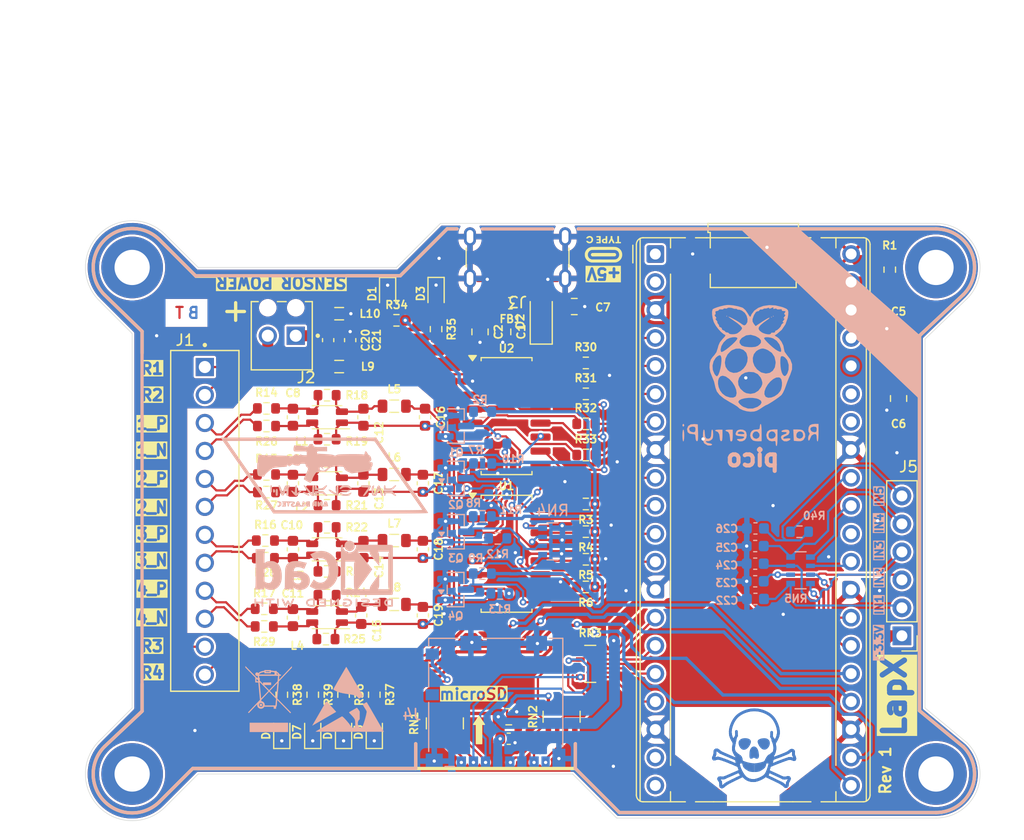
<source format=kicad_pcb>
(kicad_pcb (version 20241229) (generator "pcbnew") (generator_version "9.0")
  (layers (0 "F.Cu" signal) (2 "B.Cu" signal) (13 "F.Paste" user) (15 "B.Paste" user) (5 "F.SilkS" user "F.Silkscreen") (7 "B.SilkS" user "B.Silkscreen") (1 "F.Mask" user) (3 "B.Mask" user) (25 "Edge.Cuts" user))
  (net 0 "")
  (net 1 "GND")
  (net 2 "+3.3V")
  (net 3 "Net-(A1-GPIO26_ADC0)")
  (net 4 "/CHANNEL_2_PICO")
  (net 5 "Net-(A1-GPIO22)")
  (net 7 "Net-(A1-GPIO21)")
  (net 8 "/GPIO_5")
  (net 10 "/CLK_R")
  (net 12 "/CHANNEL_4_PICO")
  (net 13 "/DEBUG_LED4")
  (net 15 "Net-(A1-GPIO20)")
  (net 16 "Net-(A1-VSYS)")
  (net 17 "/MISO_R")
  (net 18 "/~{CS_R}")
  (net 19 "/DEBUG_LED3")
  (net 20 "/CHANNEL_3_PICO")
  (net 21 "/GPIO_4")
  (net 22 "/DEBUG_LED1")
  (net 23 "VBUS")
  (net 27 "/MOSI_R")
  (net 28 "/DEBUG_LED2")
  (net 30 "/CHANNEL_1_PICO")
  (net 31 "/GPIO_3")
  (net 32 "/GPIO_2")
  (net 33 "/VIN_F")
  (net 34 "Net-(C8-Pad1)")
  (net 35 "Net-(C8-Pad2)")
  (net 36 "Net-(C9-Pad2)")
  (net 37 "Net-(C9-Pad1)")
  (net 38 "Net-(C10-Pad1)")
  (net 39 "Net-(C10-Pad2)")
  (net 40 "Net-(C11-Pad2)")
  (net 41 "Net-(C11-Pad1)")
  (net 42 "Net-(C12-Pad1)")
  (net 43 "Net-(C13-Pad1)")
  (net 44 "Net-(C14-Pad1)")
  (net 45 "Net-(C15-Pad1)")
  (net 46 "/INPUT_FILTER/CH_1_FILT_OUT")
  (net 47 "/INPUT_FILTER/CH_2_FILT_OUT")
  (net 48 "/INPUT_FILTER/CH_3_FILT_OUT")
  (net 49 "/INPUT_FILTER/CH_4_FILT_OUT")
  (net 50 "/VDD_OUT")
  (net 51 "/VSS_OUT")
  (net 52 "/VIN")
  (net 53 "/INPUT_FILTER/CH2_INPUT_P")
  (net 54 "/INPUT_FILTER/CH4_INPUT_N")
  (net 55 "/INPUT_FILTER/CH1_INPUT_P")
  (net 56 "/INPUT_FILTER/CH4_INPUT_P")
  (net 57 "/RELAIS_3")
  (net 58 "/RELAIS_2")
  (net 59 "/INPUT_FILTER/CH1_INPUT_N")
  (net 60 "/RELAIS_4")
  (net 61 "/INPUT_FILTER/CH3_INPUT_N")
  (net 62 "/INPUT_FILTER/CH3_INPUT_P")
  (net 63 "/INPUT_FILTER/CH2_INPUT_N")
  (net 64 "/RELAIS_1")
  (net 67 "/NU_DET1")
  (net 68 "/NU_DAT2")
  (net 69 "/CLK")
  (net 70 "/MOSI")
  (net 71 "/MISO")
  (net 72 "/NU_DAT1")
  (net 73 "/~{CS}")
  (net 75 "/INPUT_OPTO/CH1_PU")
  (net 76 "/INPUT_OPTO/CH2_PU")
  (net 77 "/INPUT_OPTO/CH3_PU")
  (net 78 "/INPUT_OPTO/CH4_PU")
  (net 79 "Net-(R10-Pad2)")
  (net 80 "Net-(R11-Pad2)")
  (net 81 "Net-(R12-Pad2)")
  (net 82 "Net-(R13-Pad2)")
  (net 83 "Net-(R30-Pad1)")
  (net 84 "Net-(R31-Pad1)")
  (net 85 "Net-(R32-Pad1)")
  (net 86 "Net-(R33-Pad1)")
  (net 89 "Net-(D1-A)")
  (net 90 "Net-(D3-A)")
  (net 91 "Net-(D4-A)")
  (net 92 "Net-(D5-A)")
  (net 93 "Net-(D6-A)")
  (net 94 "Net-(D7-A)")
  (net 95 "Net-(A1-GPIO27_ADC1)")
  (net 96 "Net-(J5-Pin_2)")
  (net 97 "Net-(J5-Pin_3)")
  (net 98 "Net-(J5-Pin_4)")
  (net 99 "Net-(J5-Pin_5)")
  (net 100 "Net-(J5-Pin_6)")
  (footprint "Resistor_SMD:R_0603_1608Metric" (layer "F.Cu") (at 140.59 96.8 -90)
    (property "Reference" "R38")
    (property "Value" "120")
  )
  (footprint "Resistor_SMD:R_0603_1608Metric" (layer "F.Cu") (at 139.1 82.8)
    (property "Reference" "R16")
    (property "Value" "1k")
  )
  (footprint "Resistor_SMD:R_0603_1608Metric" (layer "F.Cu") (at 144.7 75.6)
    (property "Reference" "R20")
    (property "Value" "0")
  )
  (footprint "Capacitor_SMD:C_0805_2012Metric" (layer "F.Cu") (at 196.6 69.9 -90)
    (property "Reference" "C6")
    (property "Value" "10u")
  )
  (footprint "Capacitor_SMD:C_0603_1608Metric" (layer "F.Cu") (at 153.6 71.6 -90)
    (property "Reference" "C16")
    (property "Value" "1u")
  )
  (footprint "LED_SMD:LED_0603_1608Metric" (layer "F.Cu") (at 154.6 60.39 -90)
    (property "Reference" "D3")
    (property "Value" "LED")
  )
  (footprint "Capacitor_SMD:C_0603_1608Metric" (layer "F.Cu") (at 144.8 64.6 90)
    (property "Reference" "C20")
    (property "Value" "10u")
  )
  (footprint "Capacitor_SMD:C_0603_1608Metric" (layer "F.Cu") (at 141.6 83.6 -90)
    (property "Reference" "C10")
    (property "Value" "1u")
  )
  (footprint "LED_SMD:LED_0603_1608Metric" (layer "F.Cu") (at 140.59 100.2 90)
    (property "Reference" "D6")
    (property "Value" "LED")
  )
  (footprint "Resistor_SMD:R_0603_1608Metric" (layer "F.Cu") (at 168.2 72.2)
    (property "Reference" "R32")
    (property "Value" "330")
  )
  (footprint "00_Connector:PHOENIX_1725656" (layer "F.Cu") (at 143.3575 61.1 180)
    (property "Reference" "J2")
    (property "Value" "Conn_02x01")
  )
  (footprint "Capacitor_SMD:C_0603_1608Metric" (layer "F.Cu") (at 141.6 71.6 -90)
    (property "Reference" "C8")
    (property "Value" "1u")
  )
  (footprint "Resistor_SMD:R_0603_1608Metric" (layer "F.Cu") (at 154.6 63.6 90)
    (property "Reference" "R35")
    (property "Value" "330")
  )
  (footprint "Resistor_SMD:R_0603_1608Metric" (layer "F.Cu") (at 168.2 84.5 180)
    (property "Reference" "R5")
    (property "Value" "1k")
  )
  (footprint "Inductor_SMD:L_0805_2012Metric" (layer "F.Cu") (at 150.8 88.6)
    (property "Reference" "L8")
    (property "Value" "1u")
  )
  (footprint "Inductor_SMD:L_0805_2012Metric" (layer "F.Cu") (at 150.8 76.8)
    (property "Reference" "L6")
    (property "Value" "1u")
  )
  (footprint "Capacitor_SMD:C_0603_1608Metric" (layer "F.Cu") (at 153.4 83.6 -90)
    (property "Reference" "C18")
    (property "Value" "1u")
  )
  (footprint "Resistor_SMD:R_0603_1608Metric" (layer "F.Cu") (at 148.99 96.8 -90)
    (property "Reference" "R37")
    (property "Value" "120")
  )
  (footprint "Symbol:LayerMarker_2_3.81x2.54mm_TextH1mm_P1.27mm_Named_BottomMirrored" (layer "F.Cu") (at 131.3 63.4)
    (property "Reference" "REF**" (hide yes))
    (property "Value" "LayerMarker_2_3.81x2.54mm_TextH1mm_P1.27mm_Named_BottomMirrored" (hide yes))
  )
  (footprint "Capacitor_SMD:C_0603_1608Metric" (layer "F.Cu") (at 148 83.6 -90)
    (property "Reference" "C14")
    (property "Value" "1u")
  )
  (footprint "Resistor_SMD:R_0603_1608Metric" (layer "F.Cu") (at 168.2 87.01 180)
    (property "Reference" "R6")
    (property "Value" "1k")
  )
  (footprint "Capacitor_SMD:C_0603_1608Metric" (layer "F.Cu") (at 141.6 89.8 -90)
    (property "Reference" "C11")
    (property "Value" "1u")
  )
  (footprint "Resistor_SMD:R_0603_1608Metric" (layer "F.Cu") (at 168.2 69.48)
    (property "Reference" "R31")
    (property "Value" "330")
  )
  (footprint "Capacitor_SMD:C_0603_1608Metric" (layer "F.Cu") (at 148 71.6 -90)
    (property "Reference" "C12")
    (property "Value" "1u")
  )
  (footprint "Capacitor_SMD:C_0805_2012Metric" (layer "F.Cu") (at 196.6 64.4 90)
    (property "Reference" "C5")
    (property "Value" "10u")
  )
  (footprint "00_Graphic_Symbols:USB_Type_C" (layer "F.Cu") (at 169.8 56.35 180)
    (property "Reference" "G***" (hide yes))
    (property "Value" "LOGO" (hide yes))
  )
  (footprint "Resistor_SMD:R_0603_1608Metric" (layer "F.Cu") (at 144.7 73.6)
    (property "Reference" "R19")
    (property "Value" "0")
  )
  (footprint "Resistor_SMD:R_Array_Convex_4x0603" (layer "F.Cu") (at 155.4 99.4 90)
    (property "Reference" "RN1")
    (property "Value" "47k")
  )
  (footprint "Inductor_SMD:L_0805_2012Metric" (layer "F.Cu") (at 145.8 62.2)
    (property "Reference" "L10")
    (property "Value" "1u")
  )
  (footprint "Capacitor_SMD:C_0805_2012Metric" (layer "F.Cu") (at 160.65 63.85 -90)
    (property "Reference" "C1")
    (property "Value" "10u")
  )
  (footprint "Inductor_SMD:L_0805_2012Metric" (layer "F.Cu") (at 145.8 67)
    (property "Reference" "L9")
    (property "Value" "1u")
  )
  (footprint "Capacitor_SMD:C_0603_1608Metric" (layer "F.Cu") (at 161.2 100.8)
    (property "Reference" "C4" (hide yes))
    (property "Value" "100n")
  )
  (footprint "Capacitor_SMD:C_0805_2012Metric" (layer "F.Cu") (at 167.15 61.55)
    (property "Reference" "C7")
    (property "Value" "10u")
  )
  (footprint "Resistor_SMD:R_0603_1608Metric" (layer "F.Cu") (at 139 89)
    (property "Reference" "R17")
    (property "Value" "1k")
  )
  (footprint "Resistor_SMD:R_0603_1608Metric" (layer "F.Cu") (at 143.4 96.8 -90)
    (property "Reference" "R39")
    (property "Value" "120")
  )
  (footprint "Package_SO:SOP-16_4.4x10.4mm_P1.27mm" (layer "F.Cu") (at 161 71.5)
    (property "Reference" "U2")
    (property "Value" "TCMT4100")
  )
  (footprint "Resistor_SMD:R_0603_1608Metric" (layer "F.Cu") (at 168.2 81.99 180)
    (property "Reference" "R4")
    (property "Value" "1k")
  )
  (footprint "LED_SMD:LED_0603_1608Metric" (layer "F.Cu") (at 143.4 100.2 90)
    (property "Reference" "D7")
    (property "Value" "LED")
  )
  (footprint "Inductor_SMD:L_CommonMode_Wurth_WE-CNSW-1206" (layer "F.Cu") (at 144.7 89.75 180)
    (property "Reference" "L4")
    (property "Value" "744232222")
  )
  (footprint "Resistor_SMD:R_0603_1608Metric" (layer "F.Cu") (at 168.2 66.67)
    (property "Reference" "R30")
    (property "Value" "330")
  )
  (footprint "MountingHole:MountingHole_3.2mm_M3_DIN965_Pad_TopBottom" (layer "F.Cu") (at 200 104)
    (property "Reference" "H3" (hide yes))
    (property "Value" "MountingHole")
  )
  (footprint "MountingHole:MountingHole_3.2mm_M3_DIN965_Pad_TopBottom" (layer "F.Cu") (at 200 58)
    (property "Reference" "H1" (hide yes))
    (property "Value" "MountingHole")
  )
  (footprint "Capacitor_SMD:C_0603_1608Metric" (layer "F.Cu") (at 148 77.6 -90)
    (property "Reference" "C13")
    (property "Value" "1u")
  )
  (footprint "Resistor_SMD:R_0603_1608Metric" (layer "F.Cu") (at 144.7 85.6)
    (property "Reference" "R23")
    (property "Value" "0")
  )
  (footprint "Connector_USB:USB_C_Receptacle_GCT_USB4125-xx-x_6P_TopMnt_Horizontal" (layer "F.Cu") (at 162 56 180)
    (property "Reference" "J3")
    (property "Value" "USB_C_Receptacle_PowerOnly_6P")
  )
  (footprint "Resistor_SMD:R_Array_Convex_4x0603" (layer "F.Cu") (at 168.6 94)
    (property "Reference" "RN3")
    (property "Value" "33")
  )
  (footprint "Capacitor_SMD:C_0603_1608Metric" (layer "F.Cu") (at 147.8 89.6 -90)
    (property "Reference" "C15")
    (property "Value" "1u")
  )
  (footprint "Resistor_SMD:R_0603_1608Metric" (layer "F.Cu") (at 139 90.6)
    (property "Reference" "R29")
    (property "Value" "1k")
  )
  (footprint "Resistor_SMD:R_0603_1608Metric" (layer "F.Cu") (at 139.2 78.4)
    (property "Reference" "R27")
    (property "Value" "1k")
  )
  (footprint "Capacitor_SMD:C_0805_2012Metric" (layer "F.Cu") (at 161.2 98.8)
    (property "Reference" "C3" (hide yes))
    (property "Value" "10u")
  )
  (footprint "Resistor_SMD:R_0603_1608Metric" (layer "F.Cu") (at 144.7 87.75)
    (property "Reference" "R24")
    (property "Value" "0")
  )
  (footprint "Inductor_SMD:L_0603_1608Metric" (layer "F.Cu") (at 161.35 61.25 180)
    (property "Reference" "FB1")
    (property "Value" "FerriteBead")
  )
  (footprint "Inductor_SMD:L_0805_2012Metric" (layer "F.Cu") (at 150.8 70.6)
    (property "Reference" "L5")
    (property "Value" "1u")
  )
  (footprint "Inductor_SMD:L_CommonMode_Wurth_WE-CNSW-1206" (layer "F.Cu") (at 144.7 77.6 180)
    (property "Reference" "L2")
    (property "Value" "744232222")
  )
  (footprint "Capacitor_SMD:C_0603_1608Metric" (layer "F.Cu") (at 141.6 77.6 -90)
    (property "Reference" "C9")
    (property "Value" "1u")
  )
  (footprint "00_Connector:PHOENIX_1725753" (layer "F.Cu") (at 130.5 65.5425 -90)
    (property "Reference" "J1")
    (property "Value" "Conn_01x12")
  )
  (footprint "Resistor_SMD:R_0603_1608Metric" (layer "F.Cu") (at 168.2 75.03)
    (property "Reference" "R33")
    (property "Value" "330")
  )
  (footprint "Resistor_SMD:R_0603_1608Metric" (layer "F.Cu") (at 144.7 81.6)
    (property "Reference" "R22")
    (property "Value" "0")
  )
  (footprint "Connector_PinHeader_2.54mm:PinHeader_1x06_P2.54mm_Vertical" (layer "F.Cu") (at 196.9 91.45 180)
    (property "Reference" "J5")
    (property "Value" "Conn_01x06_Socket")
  )
  (footprint "Capacitor_SMD:C_0603_1608Metric" (layer "F.Cu") (at 153.4 89.6 -90)
    (property "Reference" "C19")
    (property "Value" "1u")
  )
  (footprint "LED_SMD:LED_0603_1608Metric" (layer "F.Cu") (at 148.99 100.2 90)
    (property "Reference" "D5")
    (property "Value" "LED")
  )
  (footprint "Resistor_SMD:R_0603_1608Metric" (layer "F.Cu") (at 144.6 91.75)
    (property "Reference" "R25")
    (property "Value" "0")
  )
  (footprint "Resistor_SMD:R_0603_1608Metric" (layer "F.Cu") (at 144.7 69.6)
    (property "Reference" "R18")
    (property "Value" "0")
  )
  (footprint "Resistor_SMD:R_0603_1608Metric" (layer "F.Cu") (at 168.2 79.48 180)
    (property "Reference" "R3")
    (property "Value" "1k")
  )
  (footprint "Resistor_SMD:R_0603_1608Metric" (layer "F.Cu") (at 195.8 58.2 -90)
    (property "Reference" "R1")
    (property "Value" "0")
  )
  (footprint "Resistor_SMD:R_Array_Convex_4x0603" (layer "F.Cu") (at 166 98.8 90)
    (property "Reference" "RN2")
    (property "Value" "47k")
  )
  (footprint "Inductor_SMD:L_0805_2012Metric" (layer "F.Cu") (at 150.8 82.8)
    (property "Reference" "L7")
    (property "Value" "1u")
  )
  (footprint "LED_SMD:LED_0603_1608Metric" (layer "F.Cu") (at 150.2 60.4 -90)
    (property "Reference" "D1")
    (property "Value" "LED")
  )
  (footprint "MountingHole:MountingHole_3.2mm_M3_DIN965_Pad_TopBottom" (layer "F.Cu") (at 127 58)
    (property "Reference" "H2" (hide yes))
    (property "Value" "MountingHole")
  )
  (footprint "MountingHole:MountingHole_3.2mm_M3_DIN965_Pad_TopBottom" (layer "F.Cu") (at 127 104)
    (property "Reference" "H4" (hide yes))
    (property "Value" "MountingHole")
  )
  (footprint "Diode_SMD:D_SOD-123F" (layer "F.Cu") (at 164.15 62.75 90)
    (property "Reference" "D2")
    (property "Value" "PMEG4010CEH")
  )
  (footprint "Resistor_SMD:R_0603_1608Metric" (layer "F.Cu") (at 151 62.8 180)
    (property "Reference" "R34")
    (property "Value" "120")
  )
  (footprint "Inductor_SMD:L_CommonMode_Wurth_WE-CNSW-1206" (layer "F.Cu") (at 144.7 83.6 180)
    (property "Reference" "L3")
    (property "Value" "744232222")
  )
  (footprint "Resistor_SMD:R_0603_1608Metric" (layer "F.Cu") (at 139.2 72.4)
    (property "Reference" "R26")
    (property "Value" "1k")
  )
  (footprint "LED_SMD:LED_0603_1608Metric" (layer "F.Cu") (at 146.2 100.2 90)
    (property "Reference" "D4")
    (property "Value" "LED")
  )
  (footprint "Resistor_SMD:R_0603_1608Metric" (layer "F.Cu") (at 139.2 70.8)
    (property "Reference" "R14")
    (property "Value" "1k")
  )
  (footprint "Resistor_SMD:R_0603_1608Metric" (layer "F.Cu") (at 139.1 84.4)
    (property "Reference" "R28")
    (property "Value" "1k")
  )
  (footprint "Module:RaspberryPi_Pico_Common_THT" (layer "F.Cu") (at 174.51 56.7825)
    (property "Reference" "A1" (hide yes))
    (property "Value" "RaspberryPi_Pico")
  )
  (footprint "Package_SO:SOP-16_4.4x10.4mm_P1.27mm" (layer "F.Cu") (at 161 84)
    (property "Reference" "U1")
    (property "Value" "TCMT4100")
  )
  (footprint "Capacitor_SMD:C_0603_1608Metric" (layer "F.Cu") (at 153.4 77.6 -90)
    (property "Reference" "C17")
    (property "Value" "1u")
  )
  (footprint "Resistor_SMD:R_0603_1608Metric" (layer "F.Cu") (at 144.7 79.6)
    (property "Reference" "R21")
    (property "Value" "0")
  )
  (footprint "Resistor_SMD:R_0603_1608Metric" (layer "F.Cu") (at 139.2 76.8)
    (property "Reference" "R15")
    (property "Value" "1k")
  )
  (footprint "Resistor_SMD:R_0603_1608Metric" (layer "F.Cu") (at 146.2 96.8 -90)
    (property "Reference" "R36")
    (property "Value" "120")
  )
  (footprint "Capacitor_SMD:C_0603_1608Metric" (layer "F.Cu") (at 146.8 64.6 90)
    (property "Reference" "C21")
    (property "Value" "10u")
  )
  (footprint "Inductor_SMD:L_CommonMode_Wurth_WE-CNSW-1206" (layer "F.Cu") (at 144.7 71.6 180)
    (property "Reference" "L1")
    (property "Value" "744232222")
  )
  (footprint "Capacitor_SMD:C_0805_2012Metric" (layer "F.Cu") (at 158.59 63.85 -90)
    (property "Reference" "C2")
    (property "Value" "10u")
  )
  (footprint "Capacitor_SMD:C_0603_1608Metric" (layer "B.Cu") (at 183.6 88.1)
    (property "Reference" "C22")
    (property "Value" "100n")
  )
  (footprint "Capacitor_SMD:C_0603_1608Metric" (layer "B.Cu") (at 183.6 81.7)
    (property "Reference" "C26")
    (property "Value" "100n")
  )
  (footprint "Symbol:ESD-Logo_6.6x6mm_SilkScreen" (layer "B.Cu") (at 146.6 97.2 180)
    (property "Reference" "REF**" (hide yes))
    (property "Value" "ESD-Logo_6.6x6mm_SilkScreen" (hide yes))
  )
  (footprint "Resistor_SMD:R_0603_1608Metric" (layer "B.Cu") (at 158.8 80.6 180)
    (property "Reference" "R8")
    (property "Value" "1k")
  )
  (footprint "Resistor_SMD:R_0603_1608Metric" (layer "B.Cu") (at 160.4 87.6)
    (property "Reference" "R13")
    (property "Value" "330")
  )
  (footprint "00_Graphic_Symbols:ANR_LOGO_F11" (layer "B.Cu") (at 144.5 76.9 180)
    (property "Reference" "G***" (hide yes))
    (property "Value" "LOGO" (hide yes))
  )
  (footprint "Symbol:KiCad-Logo2_5mm_SilkScreen" (layer "B.Cu") (at 144.4 85.8 180)
    (property "Reference" "REF**" (hide yes))
    (property "Value" "KiCad-Logo2_5mm_SilkScreen" (hide yes))
  )
  (footprint "Capacitor_SMD:C_0603_1608Metric" (layer "B.Cu") (at 183.579791 84.9)
    (property "Reference" "C24")
    (property "Value" "100n")
  )
  (footprint "Resistor_SMD:R_0603_1608Metric" (layer "B.Cu") (at 158.8 85.8 180)
    (property "Reference" "R9")
    (property "Value" "1k")
  )
  (footprint "Resistor_SMD:R_0603_1608Metric" (layer "B.Cu") (at 160.2 78.6)
    (property "Reference" "R11")
    (property "Value" "330")
  )
  (footprint "Package_TO_SOT_SMD:SOT-23" (layer "B.Cu") (at 156.4 77.15)
    (property "Reference" "Q2")
    (property "Value" "BSS138")
  )
  (footprint "Symbol:WEEE-Logo_4.2x6mm_SilkScreen" (layer "B.Cu") (at 139.4 97.2 180)
    (property "Reference" "REF**" (hide yes))
    (property "Value" "WEEE-Logo_4.2x6mm_SilkScreen" (hide yes))
  )
  (footprint "Package_TO_SOT_SMD:SOT-23" (layer "B.Cu") (at 156.3725 87.25)
    (property "Reference" "Q4")
    (property "Value" "BSS138")
  )
  (footprint "Package_TO_SOT_SMD:SOT-23" (layer "B.Cu") (at 156.4 72.4)
    (property "Reference" "Q1")
    (property "Value" "BSS138")
  )
  (footprint "Package_TO_SOT_SMD:SOT-23" (layer "B.Cu") (at 156.4 82)
    (property "Reference" "Q3")
    (property "Value" "BSS138")
  )
  (footprint "Resistor_SMD:R_0603_1608Metric" (layer "B.Cu") (at 160.2 74)
    (property "Reference" "R10")
    (property "Value" "330")
  )
  (footprint "Resistor_SMD:R_Array_Convex_4x0603" (layer "B.Cu") (at 187.7 85.5)
    (property "Reference" "RN5")
    (property "Value" "330")
  )
  (footprint "Resistor_SMD:R_0603_1608Metric" (layer "B.Cu") (at 160.2 82.6)
    (property "Reference" "R12")
    (property "Value" "330")
  )
  (footprint "00_Graphic_Symbols:RaspberryPie" (layer "B.Cu") (at 183.15 67.8 180)
    (property "Reference" "G***" (hide yes))
    (property "Value" "LOGO" (hide yes))
  )
  (footprint "Resistor_SMD:R_0603_1608Metric" (layer "B.Cu") (at 158.8275 75.8 180)
    (property "Reference" "R7")
    (property "Value" "1k")
  )
  (footprint "Resistor_SMD:R_Array_Convex_4x0603" (layer "B.Cu") (at 165.175 82.875 180)
    (property "Reference" "RN4")
    (property "Value" "47k")
  )
  (footprint "Symbol:Symbol_Danger_8x8mm_Copper" (layer "B.Cu") (at 183.5 101.6 180)
    (property "Reference" "REF**" (hide yes))
    (property "Value" "Symbol_Danger_8x8mm_Copper" (hide yes))
  )
  (footprint "Connector_Card:microSD_HC_Molex_104031-0811" (layer "B.Cu") (at 160 97.5)
    (property "Reference" "J4")
    (property "Value" "Micro_SD_Card_Det2")
  )
  (footprint "Resistor_SMD:R_0603_1608Metric" (layer "B.Cu") (at 158.8275 71.1 180)
    (property "Reference" "R2")
    (property "Value" "1k")
  )
  (footprint "Resistor_SMD:R_0603_1608Metric" (layer "B.Cu") (at 187.6 82)
    (property "Reference" "R40")
    (property "Value" "330")
  )
  (footprint "Capacitor_SMD:C_0603_1608Metric" (layer "B.Cu") (at 183.579791 86.5)
    (property "Reference" "C23")
    (property "Value" "100n")
  )
  (footprint "Capacitor_SMD:C_0603_1608Metric" (layer "B.Cu") (at 183.579791 83.3)
    (property "Reference" "C25")
    (property "Value" "100n")
  )
  (gr_line (start 135.6 62) (end 137.2 62) (stroke (width 0.3)) (layer "F.SilkS"))
  (gr_line (start 151.35 58.75) (end 155.6 54.5) (stroke (width 0.3)) (layer "F.SilkS"))
  (gr_poly (pts (xy 158.25 101.25) (xy 158.25 99.5) (xy 158 99.5) (xy 158.5 98.75) (xy 159 99.5) (xy 158.75 99.5) (xy 158.75 101.25)) (stroke (width 0.1)) (fill yes) (layer "F.SilkS"))
  (gr_line (start 146.5 58.75) (end 151.35 58.75) (stroke (width 0.3)) (layer "F.SilkS"))
  (gr_line (start 127.9 63.8) (end 127.9 65.8) (stroke (width 0.3)) (layer "F.SilkS"))
  (gr_line (start 156.5 54.5) (end 155.6 54.5) (stroke (width 0.3)) (layer "F.SilkS"))
  (gr_arc (start 200 54.5) (mid 203.233578 56.660608) (end 202.474874 60.474874) (stroke (width 0.3)) (layer "F.SilkS"))
  (gr_line (start 200 107.5) (end 171.25 107.5) (stroke (width 0.3)) (layer "F.SilkS"))
  (gr_line (start 129.5 55.5) (end 132.8 58.8) (stroke (width 0.3)) (layer "F.SilkS"))
  (gr_line (start 202.474874 101.525126) (end 198.5 98.25) (stroke (width 0.3)) (layer "F.SilkS"))
  (gr_line (start 124.5 101.500002) (end 127.9 98.3) (stroke (width 0.3)) (layer "F.SilkS"))
  (gr_line (start 152.75 103.5) (end 152.75 101.25) (stroke (width 0.3)) (layer "F.SilkS"))
  (gr_line (start 167.25 103.5) (end 167.25 101.25) (stroke (width 0.3)) (layer "F.SilkS"))
  (gr_arc (start 202.474874 101.525126) (mid 203.233579 105.339392) (end 200 107.5) (stroke (width 0.3)) (layer "F.SilkS"))
  (gr_arc (start 124.5 60.5) (mid 124.5 55.5) (end 129.5 55.5) (stroke (width 0.3)) (layer "F.SilkS"))
  (gr_line (start 127.9 98.3) (end 127.9 95.8) (stroke (width 0.3)) (layer "F.SilkS"))
  (gr_line (start 132.8 58.8) (end 134.6 58.8) (stroke (width 0.3)) (layer "F.SilkS"))
  (gr_line (start 136.4 61.2) (end 136.4 62.8) (stroke (width 0.3)) (layer "F.SilkS"))
  (gr_line (start 198.5 64.2) (end 198.5 98.25) (stroke (width 0.3)) (layer "F.SilkS"))
  (gr_line (start 167.25 103.5) (end 132.5 103.5) (stroke (width 0.3)) (layer "F.SilkS"))
  (gr_line (start 202.474874 60.474874) (end 198.5 64.2) (stroke (width 0.3)) (layer "F.SilkS"))
  (gr_line (start 171.25 107.5) (end 167.25 103.5) (stroke (width 0.3)) (layer "F.SilkS"))
  (gr_line (start 124.5 60.5) (end 127.9 63.8) (stroke (width 0.3)) (layer "F.SilkS"))
  (gr_line (start 129.5 106.499998) (end 132.5 103.5) (stroke (width 0.3)) (layer "F.SilkS"))
  (gr_line (start 200 54.5) (end 167.5 54.5) (stroke (width 0.3)) (layer "F.SilkS"))
  (gr_arc (start 129.5 106.5) (mid 124.5 106.5) (end 124.5 101.5) (stroke (width 0.3)) (layer "F.SilkS"))
  (gr_line (start 167.25 103.5) (end 167.25 101.25) (stroke (width 0.3)) (layer "B.SilkS"))
  (gr_line (start 202.474874 60.474874) (end 198.5 64.2) (stroke (width 0.3)) (layer "B.SilkS"))
  (gr_line (start 200 107.5) (end 171.25 107.5) (stroke (width 0.3)) (layer "B.SilkS"))
  (gr_line (start 200 54.5) (end 167.5 54.5) (stroke (width 0.3)) (layer "B.SilkS"))
  (gr_arc (start 200 54.5) (mid 203.233578 56.660608) (end 202.474874 60.474874) (stroke (width 0.3)) (layer "B.SilkS"))
  (gr_line (start 129.5 106.499998) (end 132.5 103.5) (stroke (width 0.3)) (layer "B.SilkS"))
  (gr_line (start 152.75 103.5) (end 152.75 101.25) (stroke (width 0.3)) (layer "B.SilkS"))
  (gr_line (start 152.75 103.5) (end 132.5 103.5) (stroke (width 0.3)) (layer "B.SilkS"))
  (gr_line (start 198.5 64.2) (end 198.5 98.25) (stroke (width 0.3)) (layer "B.SilkS"))
  (gr_poly (pts (xy 198.4 69.8) (xy 182.3 54.5) (xy 187.5 54.5) (xy 198.5 64.2) (xy 198.5 69.9) (xy 198.5 69.8)) (stroke (width 0.1)) (fill yes) (layer "B.SilkS"))
  (gr_line (start 156.5 54.5) (end 155.6 54.5) (stroke (width 0.3)) (layer "B.SilkS"))
  (gr_arc (start 129.5 106.5) (mid 124.5 106.5) (end 124.5 101.5) (stroke (width 0.3)) (layer "B.SilkS"))
  (gr_line (start 165.2 54.5) (end 158.8 54.5) (stroke (width 0.3)) (layer "B.SilkS"))
  (gr_line (start 127.9 63.8) (end 127.9 98.3) (stroke (width 0.3)) (layer "B.SilkS"))
  (gr_line (start 202.474874 101.525126) (end 198.5 98.25) (stroke (width 0.3)) (layer "B.SilkS"))
  (gr_line (start 124.5 101.500002) (end 127.9 98.3) (stroke (width 0.3)) (layer "B.SilkS"))
  (gr_line (start 151.35 58.75) (end 155.6 54.5) (stroke (width 0.3)) (layer "B.SilkS"))
  (gr_line (start 132.75 58.75) (end 151.35 58.75) (stroke (width 0.3)) (layer "B.SilkS"))
  (gr_arc (start 202.474874 101.525126) (mid 203.233579 105.339392) (end 200 107.5) (stroke (width 0.3)) (layer "B.SilkS"))
  (gr_line (start 129.5 55.5) (end 132.8 58.8) (stroke (width 0.3)) (layer "B.SilkS"))
  (gr_arc (start 124.5 60.5) (mid 124.5 55.5) (end 129.5 55.5) (stroke (width 0.3)) (layer "B.SilkS"))
  (gr_line (start 171.25 107.5) (end 167.25 103.5) (stroke (width 0.3)) (layer "B.SilkS"))
  (gr_line (start 124.5 60.5) (end 127.9 63.8) (stroke (width 0.3)) (layer "B.SilkS"))
  (gr_arc (start 200 54) (mid 203.695518 56.469266) (end 202.828427 60.828427) (stroke (width 0.05)) (layer "Edge.Cuts"))
  (gr_line (start 167 104) (end 171 108) (stroke (width 0.05)) (layer "Edge.Cuts"))
  (gr_arc (start 202.828427 101.171573) (mid 203.695518 105.530734) (end 200 108) (stroke (width 0.05)) (layer "Edge.Cuts"))
  (gr_line (start 129.999999 107) (end 133 104) (stroke (width 0.05)) (layer "Edge.Cuts"))
  (gr_arc (start 124 61) (mid 124 55) (end 130 55) (stroke (width 0.05)) (layer "Edge.Cuts"))
  (gr_line (start 127 64) (end 127 98) (stroke (width 0.05)) (layer "Edge.Cuts"))
  (gr_line (start 133 58) (end 151 58) (stroke (width 0.05)) (layer "Edge.Cuts"))
  (gr_line (start 155 54) (end 200 54) (stroke (width 0.05)) (layer "Edge.Cuts"))
  (gr_line (start 130 55.000001) (end 133 58) (stroke (width 0.05)) (layer "Edge.Cuts"))
  (gr_line (start 199 64.5) (end 202.828427 60.828427) (stroke (width 0.05)) (layer "Edge.Cuts"))
  (gr_line (start 202.828427 101.171575) (end 199 98) (stroke (width 0.05)) (layer "Edge.Cuts"))
  (gr_line (start 151 58) (end 155 54) (stroke (width 0.05)) (layer "Edge.Cuts"))
  (gr_line (start 124.000001 61) (end 127 64) (stroke (width 0.05)) (layer "Edge.Cuts"))
  (gr_line (start 124.000001 101) (end 127 98) (stroke (width 0.05)) (layer "Edge.Cuts"))
  (gr_line (start 133 104) (end 167 104) (stroke (width 0.05)) (layer "Edge.Cuts"))
  (gr_line (start 200 108) (end 171 108) (stroke (width 0.05)) (layer "Edge.Cuts"))
  (gr_line (start 199 64.5) (end 199 98) (stroke (width 0.05)) (layer "Edge.Cuts"))
  (gr_arc (start 130 107) (mid 124 107) (end 124 101) (stroke (width 0.05)) (layer "Edge.Cuts"))
  (gr_text "R1" (at 128.8 67.2 0) (layer "F.SilkS" knockout) (effects (font (size 1 1) (thickness 0.25) (bold yes))))
  (gr_text "1_N" (at 128.8 74.6 0) (layer "F.SilkS" knockout) (effects (font (size 1 1) (thickness 0.25) (bold yes))))
  (gr_text "R4" (at 128.8 94.8 0) (layer "F.SilkS" knockout) (effects (font (size 1 1) (thickness 0.25) (bold yes))))
  (gr_text "1_P" (at 128.8 72.2 0) (layer "F.SilkS" knockout) (effects (font (size 1 1) (thickness 0.25) (bold yes))))
  (gr_text "2_N" (at 128.8 79.8 0) (layer "F.SilkS" knockout) (effects (font (size 1 1) (thickness 0.25) (bold yes))))
  (gr_text "SENSOR POWER" (at 140.55 59.35 180) (layer "F.SilkS" knockout) (effects (font (size 1 1) (thickness 0.25) (bold yes))))
  (gr_text "3_P" (at 128.8 82.2 0) (layer "F.SilkS" knockout) (effects (font (size 1 1) (thickness 0.25) (bold yes))))
  (gr_text "R3" (at 128.8 92.4 0) (layer "F.SilkS" knockout) (effects (font (size 1 1) (thickness 0.25) (bold yes))))
  (gr_text "Rev 1" (at 195.4 103.675 90) (layer "F.SilkS") (effects (font (size 1 1) (thickness 0.2) (bold yes))))
  (gr_text "4_P" (at 128.8 87.2 0) (layer "F.SilkS" knockout) (effects (font (size 1 1) (thickness 0.25) (bold yes))))
  (gr_text "microSD" (at 158 96.75 0) (layer "F.SilkS" knockout) (effects (font (size 1 1) (thickness 0.2) (bold yes))))
  (gr_text "2_P" (at 128.8 77.2 0) (layer "F.SilkS" knockout) (effects (font (size 1 1) (thickness 0.25) (bold yes))))
  (gr_text "R2" (at 128.8 69.6 0) (layer "F.SilkS" knockout) (effects (font (size 1 1) (thickness 0.25) (bold yes))))
  (gr_text "3_N" (at 128.8 84.6 0) (layer "F.SilkS" knockout) (effects (font (size 1 1) (thickness 0.25) (bold yes))))
  (gr_text "+5V" (at 169.85 58.55 180) (layer "F.SilkS" knockout) (effects (font (size 1 1) (thickness 0.25) (bold yes))))
  (gr_text "4_N" (at 128.8 89.8 0) (layer "F.SilkS" knockout) (effects (font (size 1 1) (thickness 0.25) (bold yes))))
  (gr_text "LapX" (at 196.225 96.95 90) (layer "F.SilkS" knockout) (effects (font (size 2 2) (thickness 0.5) (bold yes))))
  (gr_text "IN1" (at 194.85 88.65 90) (layer "B.SilkS" knockout) (effects (font (size 0.7 0.7) (thickness 0.175) (bold yes))))
  (gr_text "IN5" (at 194.85 78.775 90) (layer "B.SilkS" knockout) (effects (font (size 0.7 0.7) (thickness 0.175) (bold yes))))
  (gr_text "IN4" (at 194.85 81.24375 90) (layer "B.SilkS" knockout) (effects (font (size 0.7 0.7) (thickness 0.175) (bold yes))))
  (gr_text "IN2" (at 194.85 86.18125 90) (layer "B.SilkS" knockout) (effects (font (size 0.7 0.7) (thickness 0.175) (bold yes))))
  (gr_text "+3.3V" (at 194.825 92.125 90) (layer "B.SilkS" knockout) (effects (font (size 0.7 0.7) (thickness 0.175) (bold yes))))
  (gr_text "pico" (at 183.35 75.3 -0) (layer "B.SilkS") (effects (font (size 1.5 1.5) (thickness 0.375) (bold yes)) (justify mirror)))
  (gr_text "IN3" (at 194.85 83.7125 90) (layer "B.SilkS" knockout) (effects (font (size 0.7 0.7) (thickness 0.175) (bold yes))))
  (segment (start 154.625 72.4) (end 154.625 73.85) (width 0.2) (layer "F.Cu") (net 1))
  (segment (start 145.525 72.625) (end 146.05 72.1) (width 0.2) (layer "F.Cu") (net 1))
  (segment (start 146.05 72.1) (end 147.725 72.1) (width 0.2) (layer "F.Cu") (net 1))
  (segment (start 159.445 75.945) (end 160.2 76.7) (width 0.3) (layer "F.Cu") (net 1))
  (segment (start 148 72.375) (end 153.6 72.375) (width 0.2) (layer "F.Cu") (net 1))
  (segment (start 147.725 72.1) (end 148 72.375) (width 0.2) (layer "F.Cu") (net 1))
  (segment (start 154.625 73.85) (end 154.675 73.9) (width 0.2) (layer "F.Cu") (net 1))
  (segment (start 145.525 73.6) (end 145.525 72.625) (width 0.2) (layer "F.Cu") (net 1))
  (segment (start 147.725 84.1) (end 148 84.375) (width 0.2) (layer "F.Cu") (net 1))
  (segment (start 147.8 90.375) (end 153.4 90.375) (width 0.2) (layer "F.Cu") (net 1))
  (segment (start 147.675 90.25) (end 147.8 90.375) (width 0.2) (layer "F.Cu") (net 1))
  (segment (start 153.6 72.375) (end 154.6 72.375) (width 0.2) (layer "F.Cu") (net 1))
  (segment (start 145.525 78.625) (end 146.05 78.1) (width 0.2) (layer "F.Cu") (net 1))
  (segment (start 154.4 90.375) (end 155.325 89.45) (width 0.2) (layer "F.Cu") (net 1))
  (segment (start 148 78.375) (end 153.4 78.375) (width 0.2) (layer "F.Cu") (net 1))
  (segment (start 145.425 90.875) (end 146.05 90.25) (width 0.2) (layer "F.Cu") (net 1))
  (segment (start 145.525 85.6) (end 145.525 84.625) (width 0.2) (layer "F.Cu") (net 1))
  (segment (start 148 84.375) (end 153.4 84.375) (width 0.2) (layer "F.Cu") (net 1))
  (segment (start 145.525 79.6) (end 145.525 78.625) (width 0.2) (layer "F.Cu") (net 1))
  (segment (start 156.698998 70.865) (end 156.58986 70.755862) (width 0.3) (layer "F.Cu") (net 1))
  (segment (start 157.9125 80.825) (end 158.842499 80.825) (width 0.3) (layer "F.Cu") (net 1))
  (segment (start 146.05 90.25) (end 147.675 90.25) (width 0.2) (layer "F.Cu") (net 1))
  (segment (start 145.525 84.625) (end 146.05 84.1) (width 0.2) (layer "F.Cu") (net 1))
  (segment (start 154.325 78.375) (end 154.925 78.975) (width 0.2) (layer "F.Cu") (net 1))
  (segment (start 154.6 72.375) (end 154.625 72.4) (width 0.2) (layer "F.Cu") (net 1))
  (segment (start 153.4 84.375) (end 154.725 84.375) (width 0.2) (layer "F.Cu") (net 1))
  (segment (start 158.842499 80.825) (end 159.608918 80.058581) (width 0.3) (layer "F.Cu") (net 1))
  (segment (start 146.05 78.1) (end 147.725 78.1) (width 0.2) (layer "F.Cu") (net 1))
  (segment (start 154.725 84.375) (end 154.8 84.45) (width 0.2) (layer "F.Cu") (net 1))
  (segment (start 157.9125 75.945) (end 159.445 75.945) (width 0.3) (layer "F.Cu") (net 1))
  (segment (start 145.425 91.75) (end 145.425 90.875) (width 0.2) (layer "F.Cu") (net 1))
  (segment (start 153.4 78.375) (end 154.325 78.375) (width 0.2) (layer "F.Cu") (net 1))
  (segment (start 157.9125 70.865) (end 156.698998 70.865) (width 0.3) (layer "F.Cu") (net 1))
  (segment (start 147.725 78.1) (end 148 78.375) (width 0.2) (layer "F.Cu") (net 1))
  (segment (start 146.05 84.1) (end 147.725 84.1) (width 0.2) (layer "F.Cu") (net 1))
  (segment (start 159.608918 80.058581) (end 159.608918 79.620171) (width 0.3) (layer "F.Cu") (net 1))
  (segment (start 153.4 90.375) (end 154.4 90.375) (width 0.2) (layer "F.Cu") (net 1))
  (via (at 182.804791 86.5) (size 0.6) (drill 0.3) (layers "F.Cu" "B.Cu") (net 1))
  (via (at 159.250002 59.08) (size 0.6) (drill 0.3) (layers "F.Cu" "B.Cu") (net 1))
  (via (at 170 84.45) (size 0.6) (drill 0.3) (layers "F.Cu" "B.Cu") (net 1))
  (via (at 160.65 64.8) (size 0.6) (drill 0.3) (layers "F.Cu" "B.Cu") (net 1))
  (via (at 185.2 79.625) (size 0.6) (drill 0.3) (layers "F.Cu" "B.Cu") (net 1))
  (via (at 143.4 100.9875) (size 0.6) (drill 0.3) (layers "F.Cu" "B.Cu") (net 1))
  (via (at 159.608918 79.620171) (size 0.6) (drill 0.3) (layers "F.Cu" "B.Cu") (net 1))
  (via (at 166.05 81.45) (size 0.6) (drill 0.3) (layers "F.Cu" "B.Cu") (net 1))
  (via (at 165.755 102.6) (size 0.6) (drill 0.3) (layers "F.Cu" "B.Cu") (net 1))
  (via (at 170.35 67.8) (size 0.6) (drill 0.3) (layers "F.Cu" "B.Cu") (net 1))
  (via (at 129.225 64.2) (size 0.6) (drill 0.3) (layers "F.Cu" "B.Cu") (net 1))
  (via (at 170.5 81.4) (size 0.6) (drill 0.3) (layers "F.Cu" "B.Cu") (net 1))
  (via (at 146.8625 62.2) (size 0.6) (drill 0.3) (layers "F.Cu" "B.Cu") (net 1))
  (via (at 153.4 90.375) (size 0.6) (drill 0.3) (layers "F.Cu" "B.Cu") (net 1))
  (via (at 154.875 57.175) (size 0.6) (drill 0.3) (layers "F.Cu" "B.Cu") (net 1))
  (via (at 155.4625 81.05) (size 0.6) (drill 0.3) (layers "F.Cu" "B.Cu") (net 1))
  (via (at 184.65 56.175) (size 0.6) (drill 0.3) (layers "F.Cu" "B.Cu") (net 1))
  (via (at 166.05 82.75) (size 0.6) (drill 0.3) (layers "F.Cu" "B.Cu") (net 1))
  (via (at 155.435 86.3) (size 0.6) (drill 0.3) (layers "F.Cu" "B.Cu") (net 1))
  (via (at 153.6 72.4) (size 0.6) (drill 0.3) (layers "F.Cu" "B.Cu") (net 1))
  (via (at 171.05 75.65) (size 0.6) (drill 0.3) (layers "F.Cu" "B.Cu") (net 1))
  (via (at 170.7 103.3) (size 0.6) (drill 0.3) (layers "F.Cu" "B.Cu") (net 1))
  (via (at 196.45 74.825) (size 0.6) (drill 0.3) (layers "F.Cu" "B.Cu") (net 1))
  (via (at 163.8 92.15) (size 0.6) (drill 0.3) (layers "F.Cu" "B.Cu") (net 1))
  (via (at 160.15 88.6) (size 0.6) (drill 0.3) (layers "F.Cu" "B.Cu") (net 1))
  (via (at 160.2 76.7) (size 0.6) (drill 0.3) (layers "F.Cu" "B.Cu") (net 1))
  (via (at 190.25 84.275) (size 0.6) (drill 0.3) (layers "F.Cu" "B.Cu") (net 1))
  (via (at 161.921545 98.35) (size 0.6) (drill 0.3) (layers "F.Cu" "B.Cu") (net 1))
  (via (at 155.4625 76.2) (size 0.6) (drill 0.3) (layers "F.Cu" "B.Cu") (net 1))
  (via (at 182.725 68.025) (size 0.6) (drill 0.3) (layers "F.Cu" "B.Cu") (net 1))
  (via (at 148.99 100.9875) (size 0.6) (drill 0.3) (layers "F.Cu" "B.Cu") (net 1))
  (via (at 195.529356 63.558939) (size 0.6) (drill 0.3) (layers "F.Cu" "B.Cu") (net 1))
  (via (at 156.58986 70.755862) (size 0.6) (drill 0.3) (layers "F.Cu" "B.Cu") (net 1))
  (via (at 194.875 87.35) (size 0.6) (drill 0.3) (layers "F.Cu" "B.Cu") (net 1))
  (via (at 168.099999 61.550001) (size 0.6) (drill 0.3) (layers "F.Cu" "B.Cu") (net 1))
  (via (at 155.4625 71.45) (size 0.6) (drill 0.3) (layers "F.Cu" "B.Cu") (net 1))
  (via (at 182.804791 83.3) (size 0.6) (drill 0.3) (layers "F.Cu" "B.Cu") (net 1))
  (via (at 140.59 100.9875) (size 0.6) (drill 0.3) (layers "F.Cu" "B.Cu") (net 1))
  (via (at 161.8 83.9) (size 0.6) (drill 0.3) (layers "F.Cu" "B.Cu") (net 1))
  (via (at 166 84) (size 0.6) (drill 0.3) (layers "F.Cu" "B.Cu") (net 1))
  (via (at 195.529356 70.958939) (size 0.6) (drill 0.3) (layers "F.Cu" "B.Cu") (net 1))
  (via (at 194.7 81) (size 0.6) (drill 0.3) (layers "F.Cu" "B.Cu") (net 1))
  (via (at 153.4 84.375) (size 0.6) (drill 0.3) (layers "F.Cu" "B.Cu") (net 1))
  (via (at 164.749999 59.079998) (size 0.6) (drill 0.3) (layers "F.Cu" "B.Cu") (net 1))
  (via (at 153.4 78.375) (size 0.6) (drill 0.3) (layers "F.Cu" "B.Cu") (net 1))
  (via (at 157.85 92.05) (size 0.6) (drill 0.3) (layers "F.Cu" "B.Cu") (net 1))
  (via (at 132.7 100.05) (size 0.6) (drill 0.3) (layers "F.Cu" "B.Cu") (net 1))
  (via (at 154.6 59.6025) (size 0.6) (drill 0.3) (layers "F.Cu" "B.Cu") (net 1))
  (via (at 171.85 87.35) (size 0.6) (drill 0.3) (layers "F.Cu" "B.Cu") (net 1))
  (via (at 146.2 100.9875) (size 0.6) (drill 0.3) (layers "F.Cu" "B.Cu") (net 1))
  (via (at 146.8 63.825) (size 0.6) (drill 0.3) (layers "F.Cu" "B.Cu") (net 1))
  (via (at 160.392045 84.225) (size 0.6) (drill 0.3) (layers "F.Cu" "B.Cu") (net 1))
  (via (at 177.9 56.775) (size 0.6) (drill 0.3) (layers "F.Cu" "B.Cu") (net 1))
  (via (at 157.9125 68.325) (size 0.6) (drill 0.3) (layers "F.Cu" "B.Cu") (net 1))
  (via (at 158.59 64.8) (size 0.6) (drill 0.3) (layers "F.Cu" "B.Cu") (net 1))
  (via (at 154.435 102.825) (size 0.6) (drill 0.3) (layers "F.Cu" "B.Cu") (net 1))
  (via (at 161.771282 101.158489) (size 0.6) (drill 0.3) (layers "F.Cu" "B.Cu") (net 1))
  (via (at 186.125 89.5) (size 0.6) (drill 0.3) (layers "F.Cu" "B.Cu") (net 1))
  (via (at 155.325 89.45) (size 0.6) (drill 0.3) (layers "F.Cu" "B.Cu") (net 1))
  (via (at 165.9 86.55) (size 0.6) (drill 0.3) (layers "F.Cu" "B.Cu") (net 1))
  (via (at 178.85 73.575) (size 0.6) (drill 0.3) (layers "F.Cu" "B.Cu") (net 1))
  (via (at 150.2 59.6125) (size 0.6) (drill 0.3) (layers "F.Cu" "B.Cu") (net 1))
  (via (at 166.3 77.45) (size 0.6) (drill 0.3) (layers "F.Cu" "B.Cu") (net 1))
  (segment (start 153.775 90.375) (end 153.4 90.375) (width 0.2) (layer "B.Cu") (net 1))
  (segment (start 154.4 89.75) (end 153.775 90.375) (width 0.2) (layer "B.Cu") (net 1))
  (segment (start 163.73 92.125) (end 163.775 92.125) (width 0.3) (layer "B.Cu") (net 1))
  (segment (start 154.3965 87.3385) (end 154.3965 89.7465) (width 0.2) (layer "B.Cu") (net 1))
  (segment (start 163.775 92.125) (end 163.8 92.15) (width 0.3) (layer "B.Cu") (net 1))
  (segment (start 154.3 84.2) (end 154.125 84.375) (width 0.2) (layer "B.Cu") (net 1))
  (segment (start 154 72.4) (end 153.6 72.4) (width 0.2) (layer "B.Cu") (net 1))
  (segment (start 154.491516 77.691516) (end 153.808032 78.375) (width 0.2) (layer "B.Cu") (net 1))
  (segment (start 157.775 92.125) (end 157.85 92.05) (width 0.3) (layer "B.Cu") (net 1))
  (segment (start 157.76 92.125) (end 157.775 92.125) (width 0.3) (layer "B.Cu") (net 1))
  (segment (start 154.125 84.375) (end 153.4 84.375) (width 0.2) (layer "B.Cu") (net 1))
  (segment (start 155.4625 81.05) (end 154.3 82.2125) (width 0.2) (layer "B.Cu") (net 1))
  (segment (start 154.5125 72.4) (end 154 72.4) (width 0.2) (layer "B.Cu") (net 1))
  (segment (start 155.435 86.3) (end 154.3965 87.3385) (width 0.2) (layer "B.Cu") (net 1))
  (segment (start 155.4625 71.45) (end 154.5125 72.4) (width 0.2) (layer "B.Cu") (net 1))
  (segment (start 154.3965 89.7465) (end 154.4 89.75) (width 0.2) (layer "B.Cu") (net 1))
  (segment (start 153.808032 78.375) (end 153.4 78.375) (width 0.2) (layer "B.Cu") (net 1))
  (segment (start 155.4625 76.2) (end 154.491516 77.170984) (width 0.2) (layer "B.Cu") (net 1))
  (segment (start 154.3 82.2125) (end 154.3 84.2) (width 0.2) (layer "B.Cu") (net 1))
  (segment (start 154.491516 77.170984) (end 154.491516 77.691516) (width 0.2) (layer "B.Cu") (net 1))
  (segment (start 188.724765 90.9) (end 191.437265 93.6125) (width 1) (layer "F.Cu") (net 2))
  (segment (start 154.2 98.5) (end 159.95 98.5) (width 0.3) (layer "F.Cu") (net 2))
  (segment (start 179.4 79.8325) (end 179.4 84.8) (width 1) (layer "F.Cu") (net 2))
  (segment (start 181.525 87.8) (end 184.625 90.9) (width 1) (layer "F.Cu") (net 2))
  (segment (start 169.89 87.01) (end 173.5 83.4) (width 0.3) (layer "F.Cu") (net 2))
  (segment (start 192.29 66.9425) (end 179.4 79.8325) (width 1) (layer "F.Cu") (net 2))
  (segment (start 169.025 87.01) (end 169.89 87.01) (width 0.3) (layer "F.Cu") (net 2))
  (segment (start 179.4 83.5) (end 179.4 84.8) (width 0.3) (layer "F.Cu") (net 2))
  (segment (start 179.3 83.4) (end 179.4 83.5) (width 0.3) (layer "F.Cu") (net 2))
  (segment (start 172.8 88.6) (end 170.7332 90.6668) (width 1) (layer "F.Cu") (net 2))
  (segment (start 160.425 100.8) (end 160.425 98.975) (width 0.8) (layer "F.Cu") (net 2))
  (segment (start 195.8 91.45) (end 196.9 91.45) (width 1) (layer "F.Cu") (net 2))
  (segment (start 184.625 90.9) (end 188.724765 90.9) (width 1) (layer "F.Cu") (net 2))
  (segment (start 172.8815 88.5185) (end 175.75 88.5185) (width 0.5) (layer "F.Cu") (net 2))
  (segment (start 164.8 97.9) (end 164.8 96.9) (width 0.3) (layer "F.Cu") (net 2))
  (segment (start 179.4 87.8) (end 178.6815 88.5185) (width 1) (layer "F.Cu") (net 2))
  (segment (start 179.4 87.8) (end 181.525 87.8) (width 1) (layer "F.Cu") (net 2))
  (segment (start 179.4 87.8) (end 179.4 84.8) (width 1) (layer "F.Cu") (net 2))
  (segment (start 159.95 98.5) (end 160.25 98.8) (width 0.3) (layer "F.Cu") (net 2))
  (segment (start 170.7332 90.6668) (end 170.733201 91.887738) (width 1) (layer "F.Cu") (net 2))
  (segment (start 151.825 62.8) (end 151.8 62.8) (width 1) (layer "F.Cu") (net 2))
  (segment (start 173.5 83.4) (end 179.3 83.4) (width 0.3) (layer "F.Cu") (net 2))
  (segment (start 193.6375 93.6125) (end 195.8 91.45) (width 1) (layer "F.Cu") (net 2))
  (segment (start 166.4 97.9) (end 164.8 97.9) (width 0.3) (layer "F.Cu") (net 2))
  (segment (start 191.437265 93.6125) (end 193.6375 93.6125) (width 0.5) (layer "F.Cu") (net 2))
  (segment (start 178.6815 88.5185) (end 175.75 88.5185) (width 1) (layer "F.Cu") (net 2))
  (segment (start 172.8 88.6) (end 172.8815 88.5185) (width 0.5) (layer "F.Cu") (net 2))
  (segment (start 160.425 98.975) (end 160.25 98.8) (width 0.8) (layer "F.Cu") (net 2))
  (via (at 170.733201 91.887738) (size 0.6) (drill 0.3) (layers "F.Cu" "B.Cu") (net 2))
  (via (at 160.25 98.8) (size 0.6) (drill 0.3) (layers "F.Cu" "B.Cu") (net 2))
  (via (at 151.8 62.8) (size 0.6) (drill 0.3) (layers "F.Cu" "B.Cu") (net 2))
  (via (at 169.025 87.01) (size 0.6) (drill 0.3) (layers "F.Cu" "B.Cu") (net 2))
  (via (at 169.025 81.99) (size 0.6) (drill 0.3) (layers "F.Cu" "B.Cu") (net 2))
  (via (at 160.425 100.8) (size 0.6) (drill 0.3) (layers "F.Cu" "B.Cu") (net 2))
  (via (at 169.025 79.48) (size 0.6) (drill 0.3) (layers "F.Cu" "B.Cu") (net 2))
  (via (at 164.8 96.9) (size 0.6) (drill 0.3) (layers "F.Cu" "B.Cu") (net 2))
  (via (at 169.025 84.5) (size 0.6) (drill 0.3) (layers "F.Cu" "B.Cu") (net 2))
  (segment (start 159.825 80.8) (end 162.411396 80.8) (width 0.3) (layer "B.Cu") (net 2))
  (segment (start 162.361396 75.7) (end 168.3 75.7) (width 0.3) (layer "B.Cu") (net 2))
  (segment (start 168.3 75.7) (end 168.4 75.8) (width 0.3) (layer "B.Cu") (net 2))
  (segment (start 168.4 75.8) (end 169.025 76.425) (width 0.3) (layer "B.Cu") (net 2))
  (segment (start 169.436396 88.775) (end 169.7 88.511396) (width 0.3) (layer "B.Cu") (net 2))
  (segment (start 160.195 101.03) (end 160.425 100.8) (width 0.8) (layer "B.Cu") (net 2))
  (segment (start 161.986396 85.825) (end 162.011396 85.8) (width 0.3) (layer "B.Cu") (net 2))
  (segment (start 159.6525 75.8) (end 159.7275 75.875) (width 0.3) (layer "B.Cu") (net 2))
  (segment (start 169.063604 88.775) (end 169.436396 88.775) (width 0.3) (layer "B.Cu") (net 2))
  (segment (start 164.8 96.9) (end 161.9 96.9) (width 0.3) (layer "B.Cu") (net 2))
  (segment (start 159.7275 75.875) (end 162.186396 75.875) (width 0.3) (layer "B.Cu") (net 2))
  (segment (start 169.7 88.511396) (end 169.7 86.475) (width 0.3) (layer "B.Cu") (net 2))
  (segment (start 167.5 71.1) (end 168.4 72) (width 0.3) (layer "B.Cu") (net 2))
  (segment (start 159.35 71.1) (end 159.6525 71.1) (width 0.3) (layer "B.Cu") (net 2))
  (segment (start 151.8 62.8) (end 156.7 67.7) (width 0.3) (layer "B.Cu") (net 2))
  (segment (start 156.7 67.7) (end 156.7 68.45) (width 0.3) (layer "B.Cu") (net 2))
  (segment (start 160.195 102.95) (end 160.195 101.03) (width 0.8) (layer "B.Cu") (net 2))
  (segment (start 169.7 86.475) (end 169.025 85.8) (width 0.3) (layer "B.Cu") (net 2))
  (segment (start 161.9 96.9) (end 161.5 97.3) (width 0.3) (layer "B.Cu") (net 2))
  (segment (start 169.025 85.8) (end 169.025 87.01) (width 0.3) (layer "B.Cu") (net 2))
  (segment (start 162.011396 85.8) (end 166.088604 85.8) (width 0.3) (layer "B.Cu") (net 2))
  (segment (start 169.025 76.425) (end 169.025 79.48) (width 0.3) (layer "B.Cu") (net 2))
  (segment (start 161.5 97.3) (end 161.5 97.55) (width 0.3) (layer "B.Cu") (net 2))
  (segment (start 156.7 68.45) (end 159.35 71.1) (width 0.3) (layer "B.Cu") (net 2))
  (segment (start 169.025 80.6) (end 169.025 85.8) (width 0.3) (layer "B.Cu") (net 2))
  (segment (start 161.5 97.55) (end 160.25 98.8) (width 0.3) (layer "B.Cu") (net 2))
  (segment (start 159.625 85.8) (end 161.313604 85.8) (width 0.3) (layer "B.Cu") (net 2))
  (segment (start 159.6525 71.1) (end 167.5 71.1) (width 0.3) (layer "B.Cu") (net 2))
  (segment (start 162.186396 75.875) (end 162.361396 75.7) (width 0.3) (layer "B.Cu") (net 2))
  (segment (start 170.8 91.954537) (end 170.733201 91.887738) (width 1) (layer "B.Cu") (net 2))
  (segment (start 169.025 79.48) (end 169.025 80.6) (width 0.3) (layer "B.Cu") (net 2))
  (segment (start 168.4 72) (end 168.4 75.8) (width 0.3) (layer "B.Cu") (net 2))
  (segment (start 160.85 99.4) (end 169 99.4) (width 1) (layer "B.Cu") (net 2))
  (segment (start 162.611396 80.6) (end 169.025 80.6) (width 0.3) (layer "B.Cu") (net 2))
  (segment (start 170.8 97.6) (end 170.8 91.954537) (width 1) (layer "B.Cu") (net 2))
  (segment (start 159.625 80.6) (end 159.825 80.8) (width 0.3) (layer "B.Cu") (net 2))
  (segment (start 161.338604 85.825) (end 161.986396 85.825) (width 0.3) (layer "B.Cu") (net 2))
  (segment (start 169 99.4) (end 170.8 97.6) (width 1) (layer "B.Cu") (net 2))
  (segment (start 161.313604 85.8) (end 161.338604 85.825) (width 0.3) (layer "B.Cu") (net 2))
  (segment (start 160.25 98.8) (end 160.85 99.4) (width 1) (layer "B.Cu") (net 2))
  (segment (start 166.088604 85.8) (end 169.063604 88.775) (width 0.3) (layer "B.Cu") (net 2))
  (segment (start 162.411396 80.8) (end 162.611396 80.6) (width 0.3) (layer "B.Cu") (net 2))
  (segment (start 191.9575 79.6425) (end 192.29 79.6425) (width 0.2) (layer "B.Cu") (net 3))
  (segment (start 190.8 80.8) (end 191.9575 79.6425) (width 0.2) (layer "B.Cu") (net 3))
  (segment (start 188.8 84.3) (end 190.8 82.3) (width 0.2) (layer "B.Cu") (net 3))
  (segment (start 188.6 84.3) (end 188.8 84.3) (width 0.2) (layer "B.Cu") (net 3))
  (segment (start 190.8 82.3) (end 190.8 80.8) (width 0.2) (layer "B.Cu") (net 3))
  (segment (start 169.885 83.365) (end 171.6 81.65) (width 0.2) (layer "F.Cu") (net 4))
  (segment (start 164.0875 83.365) (end 163.175001 83.365) (width 0.2) (layer "F.Cu") (net 4))
  (segment (start 163.6425 82.92) (end 164.0875 83.365) (width 0.2) (layer "F.Cu") (net 4))
  (segment (start 163.175001 83.365) (end 161.925 82.114999) (width 0.2) (layer "F.Cu") (net 4))
  (segment (start 171.6 80.95) (end 172.9075 79.6425) (width 0.2) (layer "F.Cu") (net 4))
  (segment (start 163.325 82.92) (end 163.6425 82.92) (width 0.2) (layer "F.Cu") (net 4))
  (segment (start 164.0875 83.365) (end 169.885 83.365) (width 0.2) (layer "F.Cu") (net 4))
  (segment (start 172.9075 79.6425) (end 174.51 79.6425) (width 0.2) (layer "F.Cu") (net 4))
  (segment (start 171.6 81.65) (end 171.6 80.95) (width 0.2) (layer "F.Cu") (net 4))
  (segment (start 161.925 80.023822) (end 161.483964 79.582786) (width 0.2) (layer "F.Cu") (net 4))
  (segment (start 161.925 82.114999) (end 161.925 80.023822) (width 0.2) (layer "F.Cu") (net 4))
  (via (at 161.483964 79.582786) (size 0.6) (drill 0.3) (layers "F.Cu" "B.Cu") (net 4))
  (via (at 163.325 82.92) (size 0.6) (drill 0.3) (layers "F.Cu" "B.Cu") (net 4))
  (segment (start 157.3375 77.15) (end 157.3375 76.465) (width 0.2) (layer "B.Cu") (net 4))
  (segment (start 164.275 82.475) (end 163.77 82.475) (width 0.2) (layer "B.Cu") (net 4))
  (segment (start 161.726 78.111936) (end 161.726 79.34075) (width 0.2) (layer "B.Cu") (net 4))
  (segment (start 158.348999 77.424) (end 161.038064 77.424) (width 0.2) (layer "B.Cu") (net 4))
  (segment (start 163.77 82.475) (end 163.325 82.92) (width 0.2) (layer "B.Cu") (net 4))
  (segment (start 158.074999 77.15) (end 158.348999 77.424) (width 0.2) (layer "B.Cu") (net 4))
  (segment (start 157.3375 77.15) (end 158.074999 77.15) (width 0.2) (layer "B.Cu") (net 4))
  (segment (start 157.3375 76.465) (end 158.0025 75.8) (width 0.2) (layer "B.Cu") (net 4))
  (segment (start 161.726 79.34075) (end 161.483964 79.582786) (width 0.2) (layer "B.Cu") (net 4))
  (segment (start 161.038064 77.424) (end 161.726 78.111936) (width 0.2) (layer "B.Cu") (net 4))
  (segment (start 188.6 85.1) (end 191.9125 85.1) (width 0.2) (layer "B.Cu") (net 5))
  (segment (start 191.9125 85.1) (end 192.29 84.7225) (width 0.2) (layer "B.Cu") (net 5))
  (segment (start 189.85 86.6) (end 190.225 86.975) (width 0.2) (layer "F.Cu") (net 7))
  (segment (start 190.8275 89.8025) (end 192.29 89.8025) (width 0.2) (layer "F.Cu") (net 7))
  (segment (start 190.225 86.975) (end 190.225 89.2) (width 0.2) (layer "F.Cu") (net 7))
  (segment (start 190.225 89.2) (end 190.8275 89.8025) (width 0.2) (layer "F.Cu") (net 7))
  (via (at 189.85 86.6) (size 0.6) (drill 0.3) (layers "F.Cu" "B.Cu") (net 7))
  (segment (start 189.15 85.9) (end 189.85 86.6) (width 0.2) (layer "B.Cu") (net 7))
  (segment (start 188.6 85.9) (end 189.15 85.9) (width 0.2) (layer "B.Cu") (net 7))
  (segment (start 169.025 75.03) (end 169.87 75.03) (width 0.2) (layer "F.Cu") (net 8))
  (segment (start 169.87 75.03) (end 172.8775 72.0225) (width 0.2) (layer "F.Cu") (net 8))
  (segment (start 172.8775 72.0225) (end 174.51 72.0225) (width 0.2) (layer "F.Cu") (net 8))
  (segment (start 171.230985 93.081515) (end 174.51 89.8025) (width 0.2) (layer "F.Cu") (net 10))
  (segment (start 169.5 92.8) (end 169.781515 93.081515) (width 0.2) (layer "F.Cu") (net 10))
  (segment (start 169.781515 93.081515) (end 171.230985 93.081515) (width 0.2) (layer "F.Cu") (net 10))
  (segment (start 169.091396 88.445) (end 172.813896 84.7225) (width 0.2) (layer "F.Cu") (net 12))
  (segment (start 164.0425 88.4) (end 164.0875 88.445) (width 0.2) (layer "F.Cu") (net 12))
  (segment (start 172.813896 84.7225) (end 174.51 84.7225) (width 0.2) (layer "F.Cu") (net 12))
  (segment (start 162.5 88.4) (end 164.0425 88.4) (width 0.2) (layer "F.Cu") (net 12))
  (segment (start 164.0875 88.445) (end 169.091396 88.445) (width 0.2) (layer "F.Cu") (net 12))
  (via (at 162.5 88.4) (size 0.6) (drill 0.3) (layers "F.Cu" "B.Cu") (net 12))
  (segment (start 157.76 86.8) (end 158 86.8) (width 0.2) (layer "B.Cu") (net 12))
  (segment (start 163 85.35) (end 164.275 84.075) (width 0.2) (layer "B.Cu") (net 12))
  (segment (start 162.3 87.2) (end 162.5 87.4) (width 0.2) (layer "B.Cu") (net 12))
  (segment (start 157.31 87.25) (end 157.76 86.8) (width 0.2) (layer "B.Cu") (net 12))
  (segment (start 162.5 87.4) (end 162.5 88.4) (width 0.2) (layer "B.Cu") (net 12))
  (segment (start 158 86.8) (end 161.9 86.8) (width 0.2) (layer "B.Cu") (net 12))
  (segment (start 161.025 84.875) (end 161.5 85.35) (width 0.2) (layer "B.Cu") (net 12))
  (segment (start 159.360936 84.875) (end 161.025 84.875) (width 0.2) (layer "B.Cu") (net 12))
  (segment (start 158.435936 85.8) (end 159.360936 84.875) (width 0.2) (layer "B.Cu") (net 12))
  (segment (start 157.975 85.8) (end 158.435936 85.8) (width 0.2) (layer "B.Cu") (net 12))
  (segment (start 161.5 85.35) (end 163 85.35) (width 0.2) (layer "B.Cu") (net 12))
  (segment (start 157.975 85.8) (end 157.975 86.775) (width 0.2) (layer "B.Cu") (net 12))
  (segment (start 161.9 86.8) (end 162.3 87.2) (width 0.2) (layer "B.Cu") (net 12))
  (segment (start 157.975 86.775) (end 158 86.8) (width 0.2) (layer "B.Cu") (net 12))
  (segment (start 152.686396 94.15) (end 153.036396 93.8) (width 0.3) (layer "F.Cu") (net 13))
  (segment (start 154.286396 93.65) (end 157.236396 90.7) (width 0.3) (layer "F.Cu") (net 13))
  (segment (start 161.2 90.7) (end 161.6 90.3) (width 0.3) (layer "F.Cu") (net 13))
  (segment (start 153.036396 93.8) (end 153.636396 93.8) (width 0.3) (layer "F.Cu") (net 13))
  (segment (start 153.636396 93.8) (end 153.786396 93.65) (width 0.3) (layer "F.Cu") (net 13))
  (segment (start 141.861396 95.975) (end 143.686396 94.15) (width 0.3) (layer "F.Cu") (net 13))
  (segment (start 143.686396 94.15) (end 152.686396 94.15) (width 0.3) (layer "F.Cu") (net 13))
  (segment (start 153.786396 93.65) (end 154.286396 93.65) (width 0.3) (layer "F.Cu") (net 13))
  (segment (start 140.59 95.975) (end 141.861396 95.975) (width 0.3) (layer "F.Cu") (net 13))
  (segment (start 157.236396 90.7) (end 161.2 90.7) (width 0.3) (layer "F.Cu") (net 13))
  (via (at 161.6 90.3) (size 0.6) (drill 0.3) (layers "F.Cu" "B.Cu") (net 13))
  (segment (start 169.643502 89.275) (end 170.267002 88.6515) (width 0.3) (layer "B.Cu") (net 13))
  (segment (start 162.7 90.3) (end 164.3485 88.6515) (width 0.3) (layer "B.Cu") (net 13))
  (segment (start 161.6 90.3) (end 162.7 90.3) (width 0.3) (layer "B.Cu") (net 13))
  (segment (start 170.267002 88.6515) (end 179.7 88.6515) (width 0.3) (layer "B.Cu") (net 13))
  (segment (start 164.3485 88.6515) (end 168.232998 88.6515) (width 0.3) (layer "B.Cu") (net 13))
  (segment (start 168.232998 88.6515) (end 168.856498 89.275) (width 0.3) (layer "B.Cu") (net 13))
  (segment (start 168.856498 89.275) (end 169.643502 89.275) (width 0.3) (layer "B.Cu") (net 13))
  (segment (start 179.7 88.6515) (end 185.931 94.8825) (width 0.3) (layer "B.Cu") (net 13))
  (segment (start 185.931 94.8825) (end 192.29 94.8825) (width 0.3) (layer "B.Cu") (net 13))
  (segment (start 189.375 90.175) (end 191.5425 92.3425) (width 0.2) (layer "F.Cu") (net 15))
  (segment (start 188.9 87.625) (end 189.375 88.1) (width 0.2) (layer "F.Cu") (net 15))
  (segment (start 191.5425 92.3425) (end 192.29 92.3425) (width 0.2) (layer "F.Cu") (net 15))
  (segment (start 189.375 88.1) (end 189.375 90.175) (width 0.2) (layer "F.Cu") (net 15))
  (via (at 188.9 87.625) (size 0.6) (drill 0.3) (layers "F.Cu" "B.Cu") (net 15))
  (segment (start 188.6 87.325) (end 188.9 87.625) (width 0.2) (layer "B.Cu") (net 15))
  (segment (start 188.6 86.7) (end 188.6 87.325) (width 0.2) (layer "B.Cu") (net 15))
  (segment (start 192.29 59.3225) (end 195.5025 59.3225) (width 1) (layer "F.Cu") (net 16))
  (segment (start 195.5025 59.3225) (end 195.8 59.025) (width 1) (layer "F.Cu") (net 16))
  (segment (start 169.5 94.4) (end 171.6 94.4) (width 0.2) (layer "F.Cu") (net 17))
  (segment (start 172.0825 94.8825) (end 174.51 94.8825) (width 0.2) (layer "F.Cu") (net 17))
  (segment (start 171.6 94.4) (end 172.0825 94.8825) (width 0.2) (layer "F.Cu") (net 17))
  (segment (start 169.5 95.2) (end 170.6 95.2) (width 0.2) (layer "F.Cu") (net 18))
  (segment (start 170.6 95.2) (end 172.8225 97.4225) (width 0.2) (layer "F.Cu") (net 18))
  (segment (start 172.8225 97.4225) (end 174.51 97.4225) (width 0.2) (layer "F.Cu") (net 18))
  (segment (start 158.13995 91.35) (end 158.78995 92) (width 0.3) (layer "F.Cu") (net 19))
  (segment (start 157.293502 91.35) (end 158.13995 91.35) (width 0.3) (layer "F.Cu") (net 19))
  (segment (start 153.243502 94.3) (end 153.843502 94.3) (width 0.3) (layer "F.Cu") (net 19))
  (segment (start 143.4 95.975) (end 144.868502 95.975) (width 0.3) (layer "F.Cu") (net 19))
  (segment (start 146.193503 94.65) (end 152.893503 94.65) (width 0.3) (layer "F.Cu") (net 19))
  (segment (start 144.868502 95.975) (end 146.193503 94.65) (width 0.3) (layer "F.Cu") (net 19))
  (segment (start 153.993503 94.15) (end 154.493502 94.15) (width 0.3) (layer "F.Cu") (net 19))
  (segment (start 158.78995 92) (end 162.2 92) (width 0.3) (layer "F.Cu") (net 19))
  (segment (start 162.2 92) (end 164.1 90.1) (width 0.3) (layer "F.Cu") (net 19))
  (segment (start 153.843502 94.3) (end 153.993503 94.15) (width 0.3) (layer "F.Cu") (net 19))
  (segment (start 152.893503 94.65) (end 153.243502 94.3) (width 0.3) (layer "F.Cu") (net 19))
  (segment (start 154.493502 94.15) (end 157.293502 91.35) (width 0.3) (layer "F.Cu") (net 19))
  (via (at 164.1 90.1) (size 0.6) (drill 0.3) (layers "F.Cu" "B.Cu") (net 19))
  (segment (start 168.649392 89.775) (end 169.850608 89.775) (width 0.3) (layer "B.Cu") (net 19))
  (segment (start 191.092499 96.224999) (end 192.29 97.4225) (width 0.3) (layer "B.Cu") (net 19))
  (segment (start 168.374392 89.5) (end 168.649392 89.775) (width 0.3) (layer "B.Cu") (net 19))
  (segment (start 164.1 90.1) (end 164.7 89.5) (width 0.3) (layer "B.Cu") (net 19))
  (segment (start 164.7 89.5) (end 168.374392 89.5) (width 0.3) (layer "B.Cu") (net 19))
  (segment (start 170.125609 89.5) (end 171.8 89.5) (width 0.3) (layer "B.Cu") (net 19))
  (segment (start 169.850608 89.775) (end 170.125609 89.5) (width 0.3) (layer "B.Cu") (net 19))
  (segment (start 180.725 91.1) (end 185.849999 96.224999) (width 0.3) (layer "B.Cu") (net 19))
  (segment (start 185.849999 96.224999) (end 191.092499 96.224999) (width 0.3) (layer "B.Cu") (net 19))
  (segment (start 173.4 91.1) (end 180.725 91.1) (width 0.3) (layer "B.Cu") (net 19))
  (segment (start 171.8 89.5) (end 173.4 91.1) (width 0.3) (layer "B.Cu") (net 19))
  (segment (start 170.9 83.9) (end 172.6175 82.1825) (width 0.2) (layer "F.Cu") (net 20))
  (segment (start 163.14749 85.905) (end 162.234664 84.992174) (width 0.2) (layer "F.Cu") (net 20))
  (segment (start 172.6175 82.1825) (end 174.51 82.1825) (width 0.2) (layer "F.Cu") (net 20))
  (segment (start 164.0875 85.905) (end 169.895 85.905) (width 0.2) (layer "F.Cu") (net 20))
  (segment (start 162.234664 84.992174) (end 162.234664 84.7) (width 0.2) (layer "F.Cu") (net 20))
  (segment (start 164.0875 85.905) (end 163.14749 85.905) (width 0.2) (layer "F.Cu") (net 20))
  (segment (start 170.9 84.9) (end 170.9 83.9) (width 0.2) (layer "F.Cu") (net 20))
  (segment (start 169.895 85.905) (end 170.9 84.9) (width 0.2) (layer "F.Cu") (net 20))
  (via (at 162.234664 84.7) (size 0.6) (drill 0.3) (layers "F.Cu" "B.Cu") (net 20))
  (segment (start 157.6375 81.7) (end 161.314064 81.7) (width 0.2) (layer "B.Cu") (net 20))
  (segment (start 164.275 83.275) (end 163.889239 83.275) (width 0.2) (layer "B.Cu") (net 20))
  (segment (start 157.975 80.6) (end 157.975 81.3625) (width 0.2) (layer "B.Cu") (net 20))
  (segment (start 162.55 84.384664) (end 162.234664 84.7) (width 0.2) (layer "B.Cu") (net 20))
  (segment (start 162.120081 82.895081) (end 162.55 83.325) (width 0.2) (layer "B.Cu") (net 20))
  (segment (start 157.975 81.3625) (end 157.3375 82) (width 0.2) (layer "B.Cu") (net 20))
  (segment (start 162.55 83.325) (end 162.55 84.384664) (width 0.2) (layer "B.Cu") (net 20))
  (segment (start 162.791415 83.57) (end 162.548207 83.326792) (width 0.2) (layer "B.Cu") (net 20))
  (segment (start 157.3375 82) (end 157.6375 81.7) (width 0.2) (layer "B.Cu") (net 20))
  (segment (start 163.889239 83.275) (end 163.594239 83.57) (width 0.2) (layer "B.Cu") (net 20))
  (segment (start 161.314064 81.7) (end 162.120081 82.506017) (width 0.2) (layer "B.Cu") (net 20))
  (segment (start 162.120081 82.506017) (end 162.120081 82.895081) (width 0.2) (layer "B.Cu") (net 20))
  (segment (start 163.594239 83.57) (end 162.791415 83.57) (width 0.2) (layer "B.Cu") (net 20))
  (segment (start 169.025 72.2) (end 170.35 72.2) (width 0.2) (layer "F.Cu") (net 21))
  (segment (start 173.0675 69.4825) (end 174.51 69.4825) (width 0.2) (layer "F.Cu") (net 21))
  (segment (start 170.35 72.2) (end 173.0675 69.4825) (width 0.2) (layer "F.Cu") (net 21))
  (segment (start 154.407715 95.15) (end 154.907714 95.15) (width 0.3) (layer "F.Cu") (net 22))
  (segment (start 148.99 95.975) (end 152.982714 95.975) (width 0.3) (layer "F.Cu") (net 22))
  (segment (start 152.982714 95.975) (end 153.657714 95.3) (width 0.3) (layer "F.Cu") (net 22))
  (segment (start 156.057714 94) (end 163.2 94) (width 0.3) (layer "F.Cu") (net 22))
  (segment (start 154.257715 95.3) (end 154.407715 95.15) (width 0.3) (layer "F.Cu") (net 22))
  (segment (start 164.297056 93.35) (end 165 92.647056) (width 0.3) (layer "F.Cu") (net 22))
  (segment (start 165 92.647056) (end 165 92.2) (width 0.3) (layer "F.Cu") (net 22))
  (segment (start 166.1 91.1) (end 168.944975 91.1) (width 0.3) (layer "F.Cu") (net 22))
  (segment (start 163.85 93.35) (end 164.297056 93.35) (width 0.3) (layer "F.Cu") (net 22))
  (segment (start 154.907714 95.15) (end 156.057714 94) (width 0.3) (layer "F.Cu") (net 22))
  (segment (start 153.657714 95.3) (end 154.257715 95.3) (width 0.3) (layer "F.Cu") (net 22))
  (segment (start 165 92.2) (end 166.1 91.1) (width 0.3) (layer "F.Cu") (net 22))
  (segment (start 163.2 94) (end 163.85 93.35) (width 0.3) (layer "F.Cu") (net 22))
  (via (at 168.944975 91.1) (size 0.6) (drill 0.3) (layers "F.Cu" "B.Cu") (net 22))
  (segment (start 170.318857 91.1) (end 168.944975 91.1) (width 0.3) (layer "B.Cu") (net 22))
  (segment (start 190.651 97.849954) (end 190.301046 97.5) (width 0.3) (layer "B.Cu") (net 22))
  (segment (start 190.651 103.4035) (end 190.651 97.849954) (width 0.3) (layer "B.Cu") (net 22))
  (segment (start 170.381119 91.037738) (end 170.318857 91.1) (width 0.3) (layer "B.Cu") (net 22))
  (segment (start 174.74876 96.0335) (end 174.03324 96.0335) (width 0.3) (layer "B.Cu") (net 22))
  (segment (start 171.651 91.603455) (end 171.085283 91.037738) (width 0.3) (layer "B.Cu") (net 22))
  (segment (start 176.21526 97.5) (end 174.74876 96.0335) (width 0.3) (layer "B.Cu") (net 22))
  (segment (start 174.03324 96.0335) (end 171.651 93.65126) (width 0.3) (layer "B.Cu") (net 22))
  (segment (start 192.29 105.0425) (end 190.651 103.4035) (width 0.3) (layer "B.Cu") (net 22))
  (segment (start 190.301046 97.5) (end 176.21526 97.5) (width 0.3) (layer "B.Cu") (net 22))
  (segment (start 171.085283 91.037738) (end 170.381119 91.037738) (width 0.3) (layer "B.Cu") (net 22))
  (segment (start 171.651 93.65126) (end 171.651 91.603455) (width 0.3) (layer "B.Cu") (net 22))
  (segment (start 169.825 70.45) (end 168.557936 70.45) (width 0.2) (layer "F.Cu") (net 23))
  (segment (start 164.0875 67.055) (end 164.6825 67.65) (width 0.2) (layer "F.Cu") (net 23))
  (segment (start 167.155936 70.45) (end 169.825 70.45) (width 0.2) (layer "F.Cu") (net 23))
  (segment (start 195.8 57.375) (end 192.8825 57.375) (width 1) (layer "F.Cu") (net 23))
  (segment (start 167.360936 73.375) (end 169.775 73.375) (width 0.2) (layer "F.Cu") (net 23))
  (segment (start 164.6825 67.65) (end 168.1 67.65) (width 0.2) (layer "F.Cu") (net 23))
  (segment (start 168.557936 70.45) (end 168.1 69.992064) (width 0.2) (layer "F.Cu") (net 23))
  (segment (start 168.1 69.992064) (end 168.1 67.65) (width 0.2) (layer "F.Cu") (net 23))
  (segment (start 192.8825 57.375) (end 192.29 56.7825) (width 1) (layer "F.Cu") (net 23))
  (segment (start 166.1 76.375) (end 169.875 76.375) (width 0.2) (layer "F.Cu") (net 23))
  (segment (start 164.4 74.675) (end 166.1 76.375) (width 0.2) (layer "F.Cu") (net 23))
  (segment (start 168.1 67.65) (end 168.1 65.025) (width 0.2) (layer "F.Cu") (net 23))
  (segment (start 166.300936 69.595) (end 167.155936 70.45) (width 0.2) (layer "F.Cu") (net 23))
  (segment (start 164.0875 74.675) (end 164.4 74.675) (width 0.2) (layer "F.Cu") (net 23))
  (segment (start 164.0875 69.595) (end 166.300936 69.595) (width 0.2) (layer "F.Cu") (net 23))
  (segment (start 164.0875 72.135) (end 166.120936 72.135) (width 0.2) (layer "F.Cu") (net 23))
  (segment (start 166.120936 72.135) (end 167.360936 73.375) (width 0.2) (layer "F.Cu") (net 23))
  (via (at 169.825 70.45) (size 0.6) (drill 0.3) (layers "F.Cu" "B.Cu") (net 23))
  (via (at 169.875 76.375) (size 0.6) (drill 0.3) (layers "F.Cu" "B.Cu") (net 23))
  (via (at 169.775 73.375) (size 0.6) (drill 0.3) (layers "F.Cu" "B.Cu") (net 23))
  (segment (start 169.875 76.375) (end 169.875 73.475) (width 0.2) (layer "B.Cu") (net 23))
  (segment (start 169.775 70.5) (end 169.825 70.45) (width 0.2) (layer "B.Cu") (net 23))
  (segment (start 169.775 73.375) (end 169.775 70.5) (width 0.2) (layer "B.Cu") (net 23))
  (segment (start 169.875 73.475) (end 169.775 73.375) (width 0.2) (layer "B.Cu") (net 23))
  (segment (start 169.5 93.6) (end 173.2525 93.6) (width 0.2) (layer "F.Cu") (net 27))
  (segment (start 173.2525 93.6) (end 174.51 92.3425) (width 0.2) (layer "F.Cu") (net 27))
  (segment (start 167.3 90.5) (end 167.4 90.4) (width 0.3) (layer "F.Cu") (net 28))
  (segment (start 163.51005 92.85) (end 164.08995 92.85) (width 0.3) (layer "F.Cu") (net 28))
  (segment (start 146.2 95.975) (end 146.675 95.975) (width 0.3) (layer "F.Cu") (net 28))
  (segment (start 164.08995 92.85) (end 164.5 92.43995) (width 0.3) (layer "F.Cu") (net 28))
  (segment (start 153.10061 95.15) (end 153.450608 94.8) (width 0.3) (layer "F.Cu") (net 28))
  (segment (start 153.450608 94.8) (end 154.050609 94.8) (width 0.3) (layer "F.Cu") (net 28))
  (segment (start 154.200609 94.65) (end 154.700608 94.65) (width 0.3) (layer "F.Cu") (net 28))
  (segment (start 146.675 95.975) (end 147.5 95.15) (width 0.3) (layer "F.Cu") (net 28))
  (segment (start 156.450608 92.9) (end 163.46005 92.9) (width 0.3) (layer "F.Cu") (net 28))
  (segment (start 154.050609 94.8) (end 154.200609 94.65) (width 0.3) (layer "F.Cu") (net 28))
  (segment (start 163.46005 92.9) (end 163.51005 92.85) (width 0.3) (layer "F.Cu") (net 28))
  (segment (start 154.700608 94.65) (end 156.450608 92.9) (width 0.3) (layer "F.Cu") (net 28))
  (segment (start 147.5 95.15) (end 153.10061 95.15) (width 0.3) (layer "F.Cu") (net 28))
  (segment (start 164.5 92.43995) (end 164.5 91.5) (width 0.3) (layer "F.Cu") (net 28))
  (segment (start 164.5 91.5) (end 165.5 90.5) (width 0.3) (layer "F.Cu") (net 28))
  (segment (start 165.5 90.5) (end 167.3 90.5) (width 0.3) (layer "F.Cu") (net 28))
  (via (at 167.4 90.4) (size 0.6) (drill 0.3) (layers "F.Cu" "B.Cu") (net 28))
  (segment (start 190.333153 96.825) (end 191.151 97.642847) (width 0.3) (layer "B.Cu") (net 28))
  (segment (start 191.151 97.642847) (end 191.151 98.112396) (width 0.3) (layer "B.Cu") (net 28))
  (segment (start 192.9235 98.5735) (end 194.1 99.75) (width 0.3) (layer "B.Cu") (net 28))
  (segment (start 191.151 98.112396) (end 191.612104 98.5735) (width 0.3) (layer "B.Cu") (net 28))
  (segment (start 173.3935 93.4935) (end 177.3185 93.4935) (width 0.3) (layer "B.Cu") (net 28))
  (segment (start 167.4 90.4) (end 171.45 90.4) (width 0.3) (layer "B.Cu") (net 28))
  (segment (start 193.5475 102.5025) (end 192.29 102.5025) (width 0.3) (layer "B.Cu") (net 28))
  (segment (start 180.65 96.825) (end 190.333153 96.825) (width 0.3) (layer "B.Cu") (net 28))
  (segment (start 177.3185 93.4935) (end 180.65 96.825) (width 0.3) (layer "B.Cu") (net 28))
  (segment (start 171.45 90.4) (end 172.35 91.3) (width 0.3) (layer "B.Cu") (net 28))
  (segment (start 172.35 91.3) (end 172.35 92.45) (width 0.3) (layer "B.Cu") (net 28))
  (segment (start 194.1 101.95) (end 193.5475 102.5025) (width 0.3) (layer "B.Cu") (net 28))
  (segment (start 172.35 92.45) (end 173.3935 93.4935) (width 0.3) (layer "B.Cu") (net 28))
  (segment (start 191.612104 98.5735) (end 192.9235 98.5735) (width 0.3) (layer "B.Cu") (net 28))
  (segment (start 194.1 99.75) (end 194.1 101.95) (width 0.3) (layer "B.Cu") (net 28))
  (segment (start 163.473784 81.438716) (end 162.763419 81.438716) (width 0.2) (layer "F.Cu") (net 30))
  (segment (start 162.2 79.23999) (end 162.2 74.6) (width 0.2) (layer "F.Cu") (net 30))
  (segment (start 160.941925 73.341925) (end 160.221055 73.341925) (width 0.2) (layer "F.Cu") (net 30))
  (segment (start 164.0875 80.825) (end 163.473784 81.438716) (width 0.2) (layer "F.Cu") (net 30))
  (segment (start 164.0875 80.825) (end 163.78501 80.825) (width 0.2) (layer "F.Cu") (net 30))
  (segment (start 169.575 80.825) (end 171.3 79.1) (width 0.2) (layer "F.Cu") (net 30))
  (segment (start 162.2 74.6) (end 160.941925 73.341925) (width 0.2) (layer "F.Cu") (net 30))
  (segment (start 171.3 79.1) (end 171.3 78.3) (width 0.2) (layer "F.Cu") (net 30))
  (segment (start 164.0875 80.825) (end 169.575 80.825) (width 0.2) (layer "F.Cu") (net 30))
  (segment (start 172.4975 77.1025) (end 174.51 77.1025) (width 0.2) (layer "F.Cu") (net 30))
  (segment (start 171.3 78.3) (end 172.4975 77.1025) (width 0.2) (layer "F.Cu") (net 30))
  (segment (start 163.78501 80.825) (end 162.2 79.23999) (width 0.2) (layer "F.Cu") (net 30))
  (via (at 160.221055 73.341925) (size 0.6) (drill 0.3) (layers "F.Cu" "B.Cu") (net 30))
  (via (at 162.763419 81.438716) (size 0.6) (drill 0.3) (layers "F.Cu" "B.Cu") (net 30))
  (segment (start 164.275 81.675) (end 162.999703 81.675) (width 0.2) (layer "B.Cu") (net 30))
  (segment (start 162.999703 81.675) (end 162.763419 81.438716) (width 0.2) (layer "B.Cu") (net 30))
  (segment (start 158.0025 71.1) (end 158.0025 71.735) (width 0.2) (layer "B.Cu") (net 30))
  (segment (start 158.0025 71.735) (end 157.3375 72.4) (width 0.2) (layer "B.Cu") (net 30))
  (segment (start 157.3375 72.4) (end 159.27913 72.4) (width 0.2) (layer "B.Cu") (net 30))
  (segment (start 159.27913 72.4) (end 160.221055 73.341925) (width 0.2) (layer "B.Cu") (net 30))
  (segment (start 170.22 69.48) (end 172.7575 66.9425) (width 0.2) (layer "F.Cu") (net 31))
  (segment (start 169.025 69.48) (end 170.22 69.48) (width 0.2) (layer "F.Cu") (net 31))
  (segment (start 172.7575 66.9425) (end 174.51 66.9425) (width 0.2) (layer "F.Cu") (net 31))
  (segment (start 172.3975 64.4025) (end 174.51 64.4025) (width 0.2) (layer "F.Cu") (net 32))
  (segment (start 169.025 66.67) (end 170.13 66.67) (width 0.2) (layer "F.Cu") (net 32))
  (segment (start 170.13 66.67) (end 172.3975 64.4025) (width 0.2) (layer "F.Cu") (net 32))
  (segment (start 140.025 70.8) (end 141.575 70.8) (width 0.2) (layer "F.Cu") (net 34))
  (segment (start 143.075 70.825) (end 143.35 71.1) (width 0.2) (layer "F.Cu") (net 34))
  (segment (start 141.6 70.825) (end 143.075 70.825) (width 0.2) (layer "F.Cu") (net 34))
  (segment (start 141.575 70.8) (end 141.6 70.825) (width 0.2) (layer "F.Cu") (net 34))
  (segment (start 143.875 70.575) (end 143.35 71.1) (width 0.2) (layer "F.Cu") (net 34))
  (segment (start 143.875 69.6) (end 143.875 70.575) (width 0.2) (layer "F.Cu") (net 34))
  (segment (start 143.875 72.625) (end 143.35 72.1) (width 0.2) (layer "F.Cu") (net 35))
  (segment (start 141.6 72.375) (end 143.075 72.375) (width 0.2) (layer "F.Cu") (net 35))
  (segment (start 143.875 73.6) (end 143.875 72.625) (width 0.2) (layer "F.Cu") (net 35))
  (segment (start 141.575 72.4) (end 141.6 72.375) (width 0.2) (layer "F.Cu") (net 35))
  (segment (start 143.075 72.375) (end 143.35 72.1) (width 0.2) (layer "F.Cu") (net 35))
  (segment (start 140.025 72.4) (end 141.575 72.4) (width 0.2) (layer "F.Cu") (net 35))
  (segment (start 141.575 78.4) (end 141.6 78.375) (width 0.2) (layer "F.Cu") (net 36))
  (segment (start 143.875 78.625) (end 143.35 78.1) (width 0.2) (layer "F.Cu") (net 36))
  (segment (start 140.025 78.4) (end 141.575 78.4) (width 0.2) (layer "F.Cu") (net 36))
  (segment (start 143.875 79.6) (end 143.875 78.625) (width 0.2) (layer "F.Cu") (net 36))
  (segment (start 143.075 78.375) (end 143.35 78.1) (width 0.2) (layer "F.Cu") (net 36))
  (segment (start 141.6 78.375) (end 143.075 78.375) (width 0.2) (layer "F.Cu") (net 36))
  (segment (start 141.6 76.825) (end 143.075 76.825) (width 0.2) (layer "F.Cu") (net 37))
  (segment (start 143.075 76.825) (end 143.35 77.1) (width 0.2) (layer "F.Cu") (net 37))
  (segment (start 141.575 76.8) (end 141.6 76.825) (width 0.2) (layer "F.Cu") (net 37))
  (segment (start 140.025 76.8) (end 141.575 76.8) (width 0.2) (layer "F.Cu") (net 37))
  (segment (start 143.875 75.6) (end 143.875 76.575) (width 0.2) (layer "F.Cu") (net 37))
  (segment (start 143.875 76.575) (end 143.35 77.1) (width 0.2) (layer "F.Cu") (net 37))
  (segment (start 143.075 82.825) (end 143.35 83.1) (width 0.2) (layer "F.Cu") (net 38))
  (segment (start 141.575 82.8) (end 141.6 82.825) (width 0.2) (layer "F.Cu") (net 38))
  (segment (start 143.875 82.575) (end 143.35 83.1) (width 0.2) (layer "F.Cu") (net 38))
  (segment (start 143.875 81.6) (end 143.875 82.575) (width 0.2) (layer "F.Cu") (net 38))
  (segment (start 141.6 82.825) (end 143.075 82.825) (width 0.2) (layer "F.Cu") (net 38))
  (segment (start 139.925 82.8) (end 141.575 82.8) (width 0.2) (layer "F.Cu") (net 38))
  (segment (start 143.075 84.375) (end 143.35 84.1) (width 0.2) (layer "F.Cu") (net 39))
  (segment (start 143.875 84.625) (end 143.35 84.1) (width 0.2) (layer "F.Cu") (net 39))
  (segment (start 141.6 84.375) (end 143.075 84.375) (width 0.2) (layer "F.Cu") (net 39))
  (segment (start 141.575 84.4) (end 141.6 84.375) (width 0.2) (layer "F.Cu") (net 39))
  (segment (start 143.875 85.6) (end 143.875 84.625) (width 0.2) (layer "F.Cu") (net 39))
  (segment (start 139.925 84.4) (end 141.575 84.4) (width 0.2) (layer "F.Cu") (net 39))
  (segment (start 143.775 90.675) (end 143.35 90.25) (width 0.2) (layer "F.Cu") (net 40))
  (segment (start 143.775 91.75) (end 143.775 90.675) (width 0.2) (layer "F.Cu") (net 40))
  (segment (start 143.025 90.575) (end 143.35 90.25) (width 0.2) (layer "F.Cu") (net 40))
  (segment (start 141.6 90.575) (end 143.025 90.575) (width 0.2) (layer "F.Cu") (net 40))
  (segment (start 139.825 90.6) (end 141.575 90.6) (width 0.2) (layer "F.Cu") (net 40))
  (segment (start 141.6 89.025) (end 143.125 89.025) (width 0.2) (layer "F.Cu") (net 41))
  (segment (start 143.875 87.75) (end 143.875 88.725) (width 0.2) (layer "F.Cu") (net 41))
  (segment (start 139.825 89) (end 141.575 89) (width 0.2) (layer "F.Cu") (net 41))
  (segment (start 143.125 89.025) (end 143.35 89.25) (width 0.2) (layer "F.Cu") (net 41))
  (segment (start 143.875 88.725) (end 143.35 89.25) (width 0.2) (layer "F.Cu") (net 41))
  (segment (start 149 70.6) (end 148.775 70.825) (width 0.2) (layer "F.Cu") (net 42))
  (segment (start 149.7375 70.6) (end 149 70.6) (width 0.2) (layer "F.Cu") (net 42))
  (segment (start 145.525 70.575) (end 146.05 71.1) (width 0.2) (layer "F.Cu") (net 42))
  (segment (start 146.05 71.1) (end 147.725 71.1) (width 0.2) (layer "F.Cu") (net 42))
  (segment (start 148.775 70.825) (end 148 70.825) (width 0.2) (layer "F.Cu") (net 42))
  (segment (start 147.725 71.1) (end 148 70.825) (width 0.2) (layer "F.Cu") (net 42))
  (segment (start 145.525 69.6) (end 145.525 70.575) (width 0.2) (layer "F.Cu") (net 42))
  (segment (start 147.725 77.1) (end 148 76.825) (width 0.2) (layer "F.Cu") (net 43))
  (segment (start 145.525 75.6) (end 145.525 76.575) (width 0.2) (layer "F.Cu") (net 43))
  (segment (start 148 76.825) (end 149.7125 76.825) (width 0.2) (layer "F.Cu") (net 43))
  (segment (start 149.7125 76.825) (end 149.7375 76.8) (width 0.2) (layer "F.Cu") (net 43))
  (segment (start 145.525 76.575) (end 146.05 77.1) (width 0.2) (layer "F.Cu") (net 43))
  (segment (start 146.05 77.1) (end 147.725 77.1) (width 0.2) (layer "F.Cu") (net 43))
  (segment (start 147.725 83.1) (end 148 82.825) (width 0.2) (layer "F.Cu") (net 44))
  (segment (start 145.525 82.575) (end 146.05 83.1) (width 0.2) (layer "F.Cu") (net 44))
  (segment (start 149.7375 82.8) (end 148.025 82.8) (width 0.2) (layer "F.Cu") (net 44))
  (segment (start 145.525 81.6) (end 145.525 82.575) (width 0.2) (layer "F.Cu") (net 44))
  (segment (start 148.025 82.8) (end 148 82.825) (width 0.2) (layer "F.Cu") (net 44))
  (segment (start 146.05 83.1) (end 147.725 83.1) (width 0.2) (layer "F.Cu") (net 44))
  (segment (start 147.375 89.25) (end 147.8 88.825) (width 0.2) (layer "F.Cu") (net 45))
  (segment (start 145.525 87.75) (end 145.525 88.725) (width 0.2) (layer "F.Cu") (net 45))
  (segment (start 148.025 88.6) (end 147.8 88.825) (width 0.2) (layer "F.Cu") (net 45))
  (segment (start 149.7375 88.6) (end 148.025 88.6) (width 0.2) (layer "F.Cu") (net 45))
  (segment (start 146.05 89.25) (end 147.375 89.25) (width 0.2) (layer "F.Cu") (net 45))
  (segment (start 145.525 88.725) (end 146.05 89.25) (width 0.2) (layer "F.Cu") (net 45))
  (segment (start 153.6 70.825) (end 153.775 70.825) (width 0.2) (layer "F.Cu") (net 46))
  (segment (start 155.2 73.0875) (end 155.4625 73.35) (width 0.2) (layer "F.Cu") (net 46))
  (segment (start 155.2 72.25) (end 155.2 73.0875) (width 0.2) (layer "F.Cu") (net 46))
  (segment (start 152.625 70.825) (end 153.6 70.825) (width 0.2) (layer "F.Cu") (net 46))
  (segment (start 151.8625 70.6) (end 152.4 70.6) (width 0.2) (layer "F.Cu") (net 46))
  (segment (start 152.4 70.6) (end 152.625 70.825) (width 0.2) (layer "F.Cu") (net 46))
  (segment (start 153.775 70.825) (end 155.2 72.25) (width 0.2) (layer "F.Cu") (net 46))
  (via (at 155.4625 73.35) (size 0.6) (drill 0.3) (layers "F.Cu" "B.Cu") (net 46))
  (segment (start 159.375 74) (end 156.1125 74) (width 0.2) (layer "B.Cu") (net 46))
  (segment (start 156.1125 74) (end 155.4625 73.35) (width 0.2) (layer "B.Cu") (net 46))
  (segment (start 155.4 78.0375) (end 155.4625 78.1) (width 0.2) (layer "F.Cu") (net 47))
  (segment (start 153.375 76.8) (end 153.4 76.825) (width 0.2) (layer "F.Cu") (net 47))
  (segment (start 151.8625 76.8) (end 153.375 76.8) (width 0.2) (layer "F.Cu") (net 47))
  (segment (start 154.825 76.825) (end 155.4 77.4) (width 0.2) (layer "F.Cu") (net 47))
  (segment (start 153.4 76.825) (end 154.825 76.825) (width 0.2) (layer "F.Cu") (net 47))
  (segment (start 155.4 77.4) (end 155.4 78.0375) (width 0.2) (layer "F.Cu") (net 47))
  (via (at 155.4625 78.1) (size 0.6) (drill 0.3) (layers "F.Cu" "B.Cu") (net 47))
  (segment (start 156.0875 78.725) (end 157.669239 78.725) (width 0.2) (layer "B.Cu") (net 47))
  (segment (start 157.794239 78.6) (end 159.375 78.6) (width 0.2) (layer "B.Cu") (net 47))
  (segment (start 155.4625 78.1) (end 156.0875 78.725) (width 0.2) (layer "B.Cu") (net 47))
  (segment (start 157.669239 78.725) (end 157.794239 78.6) (width 0.2) (layer "B.Cu") (net 47))
  (segment (start 153.375 82.8) (end 153.4 82.825) (width 0.2) (layer "F.Cu") (net 48))
  (segment (start 151.8625 82.8) (end 153.375 82.8) (width 0.2) (layer "F.Cu") (net 48))
  (segment (start 155.3375 82.825) (end 155.4625 82.95) (width 0.2) (layer "F.Cu") (net 48))
  (segment (start 153.4 82.825) (end 155.3375 82.825) (width 0.2) (layer "F.Cu") (net 48))
  (via (at 155.4625 82.95) (size 0.6) (drill 0.3) (layers "F.Cu" "B.Cu") (net 48))
  (segment (start 155.4625 82.95) (end 159.025 82.95) (width 0.2) (layer "B.Cu") (net 48))
  (segment (start 159.025 82.95) (end 159.375 82.6) (width 0.2) (layer "B.Cu") (net 48))
  (segment (start 153.175 88.6) (end 153.4 88.825) (width 0.2) (layer "F.Cu") (net 49))
  (segment (start 154.81 88.825) (end 155.435 88.2) (width 0.2) (layer "F.Cu") (net 49))
  (segment (start 153.4 88.825) (end 154.81 88.825) (width 0.2) (layer "F.Cu") (net 49))
  (segment (start 151.8625 88.6) (end 153.175 88.6) (width 0.2) (layer "F.Cu") (net 49))
  (via (at 155.435 88.2) (size 0.6) (drill 0.3) (layers "F.Cu" "B.Cu") (net 49))
  (segment (start 158.975 88.2) (end 155.435 88.2) (width 0.2) (layer "B.Cu") (net 49))
  (segment (start 159.575 87.6) (end 158.975 88.2) (width 0.2) (layer "B.Cu") (net 49))
  (segment (start 139.8 66.2) (end 144.7375 66.2) (width 1) (layer "F.Cu") (net 50))
  (segment (start 144.7375 67) (end 144.7375 66.2) (width 1) (layer "F.Cu") (net 50))
  (segment (start 144.7375 66.2) (end 144.7375 65.4375) (width 1) (layer "F.Cu") (net 50))
  (segment (start 139.3175 64.2) (end 139.3175 65.7175) (width 1) (layer "F.Cu") (net 50))
  (segment (start 139.3175 65.7175) (end 139.8 66.2) (width 1) (layer "F.Cu") (net 50))
  (segment (start 144.7375 65.4375) (end 144.8 65.375) (width 1) (layer "F.Cu") (net 50))
  (segment (start 141.8575 64.2) (end 143.4 64.2) (width 1) (layer "F.Cu") (net 51))
  (segment (start 143.775 63.825) (end 144.8 63.825) (width 1) (layer "F.Cu") (net 51))
  (segment (start 143.4 64.2) (end 143.775 63.825) (width 1) (layer "F.Cu") (net 51))
  (segment (start 144.8 63.825) (end 144.8 62.2625) (width 1) (layer "F.Cu") (net 51))
  (segment (start 144.8 62.2625) (end 144.7375 62.2) (width 1) (layer "F.Cu") (net 51))
  (segment (start 135.434303 78.247499) (end 136.306802 77.375) (width 0.2) (layer "F.Cu") (net 53))
  (segment (start 136.306802 77.375) (end 137.087499 77.375) (width 0.2) (layer "F.Cu") (net 53))
  (segment (start 137.662499 76.8) (end 138.375 76.8) (width 0.2) (layer "F.Cu") (net 53))
  (segment (start 134.644999 78.247499) (end 135.434303 78.247499) (width 0.2) (layer "F.Cu") (net 53))
  (segment (start 137.087499 77.375) (end 137.662499 76.8) (width 0.2) (layer "F.Cu") (net 53))
  (segment (start 133.6 77.2025) (end 134.644999 78.247499) (width 0.2) (layer "F.Cu") (net 53))
  (segment (start 137.462499 90.6) (end 138.175 90.6) (width 0.2) (layer "F.Cu") (net 54))
  (segment (start 135.339303 88.857501) (end 136.506802 90.025) (width 0.2) (layer "F.Cu") (net 54))
  (segment (start 136.506802 90.025) (end 136.887499 90.025) (width 0.2) (layer "F.Cu") (net 54))
  (segment (start 133.6 89.9025) (end 134.644999 88.857501) (width 0.2) (layer "F.Cu") (net 54))
  (segment (start 136.887499 90.025) (end 137.462499 90.6) (width 0.2) (layer "F.Cu") (net 54))
  (segment (start 134.644999 88.857501) (end 135.339303 88.857501) (width 0.2) (layer "F.Cu") (net 54))
  (segment (start 136.906802 71.375) (end 137.725 71.375) (width 0.2) (layer "F.Cu") (net 55))
  (segment (start 138.3 70.8) (end 138.375 70.8) (width 0.2) (layer "F.Cu") (net 55))
  (segment (start 137.725 71.375) (end 138.3 70.8) (width 0.2) (layer "F.Cu") (net 55))
  (segment (start 135.114303 73.167499) (end 136.906802 71.375) (width 0.2) (layer "F.Cu") (net 55))
  (segment (start 134.644999 73.167499) (end 135.114303 73.167499) (width 0.2) (layer "F.Cu") (net 55))
  (segment (start 133.6 72.1225) (end 134.644999 73.167499) (width 0.2) (layer "F.Cu") (net 55))
  (segment (start 134.644999 88.407499) (end 135.525697 88.407499) (width 0.2) (layer "F.Cu") (net 56))
  (segment (start 136.887499 89.575) (end 137.462499 89) (width 0.2) (layer "F.Cu") (net 56))
  (segment (start 136.693198 89.575) (end 136.887499 89.575) (width 0.2) (layer "F.Cu") (net 56))
  (segment (start 137.462499 89) (end 138.175 89) (width 0.2) (layer "F.Cu") (net 56))
  (segment (start 133.6 87.3625) (end 134.644999 88.407499) (width 0.2) (layer "F.Cu") (net 56))
  (segment (start 135.525697 88.407499) (end 136.693198 89.575) (width 0.2) (layer "F.Cu") (net 56))
  (segment (start 156.225 75.125) (end 156.225 89.7) (width 0.2) (layer "F.Cu") (net 57))
  (segment (start 164.0875 73.405) (end 164.0875 73.3375) (width 0.2) (layer "F.Cu") (net 57))
  (segment (start 156.325 75.025) (end 156.225 75.125) (width 0.2) (layer "F.Cu") (net 57))
  (segment (start 156.225 89.7) (end 153.1 92.825) (width 0.2) (layer "F.Cu") (net 57))
  (segment (start 164.0875 73.3375) (end 164.1 73.325) (width 0.2) (layer "F.Cu") (net 57))
  (segment (start 135.7575 92.825) (end 133.6 94.9825) (width 0.2) (layer "F.Cu") (net 57))
  (segment (start 153.1 92.825) (end 135.7575 92.825) (width 0.2) (layer "F.Cu") (net 57))
  (via (at 164.1 73.325) (size 0.6) (drill 0.3) (layers "F.Cu" "B.Cu") (net 57))
  (via (at 156.325 75.025) (size 0.6) (drill 0.3) (layers "F.Cu" "B.Cu") (net 57))
  (segment (start 160.066564 75.025) (end 156.325 75.025) (width 0.2) (layer "B.Cu") (net 57))
  (segment (start 160.416564 75.375) (end 160.066564 75.025) (width 0.2) (layer "B.Cu") (net 57))
  (segment (start 162.05 75.375) (end 160.416564 75.375) (width 0.2) (layer "B.Cu") (net 57))
  (segment (start 164.1 73.325) (end 162.05 75.375) (width 0.2) (layer "B.Cu") (net 57))
  (segment (start 162.24 70.865) (end 164.0875 70.865) (width 0.2) (layer "F.Cu") (net 58))
  (segment (start 154.45 68.575) (end 155.32001 68.575) (width 0.2) (layer "F.Cu") (net 58))
  (segment (start 133.6 69.5825) (end 134.8075 68.375) (width 0.2) (layer "F.Cu") (net 58))
  (segment (start 134.8075 68.375) (end 154.25 68.375) (width 0.2) (layer "F.Cu") (net 58))
  (segment (start 161.614 70.239) (end 162.24 70.865) (width 0.2) (layer "F.Cu") (net 58))
  (segment (start 156.98401 70.239) (end 161.614 70.239) (width 0.2) (layer "F.Cu") (net 58))
  (segment (start 155.32001 68.575) (end 156.98401 70.239) (width 0.2) (layer "F.Cu") (net 58))
  (segment (start 154.25 68.375) (end 154.45 68.575) (width 0.2) (layer "F.Cu") (net 58))
  (segment (start 138.3 72.4) (end 138.375 72.4) (width 0.2) (layer "F.Cu") (net 59))
  (segment (start 134.644999 73.617501) (end 135.300697 73.617501) (width 0.2) (layer "F.Cu") (net 59))
  (segment (start 135.300697 73.617501) (end 137.093198 71.825) (width 0.2) (layer "F.Cu") (net 59))
  (segment (start 133.6 74.6625) (end 134.644999 73.617501) (width 0.2) (layer "F.Cu") (net 59))
  (segment (start 137.725 71.825) (end 138.3 72.4) (width 0.2) (layer "F.Cu") (net 59))
  (segment (start 137.093198 71.825) (end 137.725 71.825) (width 0.2) (layer "F.Cu") (net 59))
  (segment (start 131.225 93.225) (end 132.0075 92.4425) (width 0.2) (layer "F.Cu") (net 60))
  (segment (start 132.2 96.625) (end 131.225 95.65) (width 0.2) (layer "F.Cu") (net 60))
  (segment (start 131.225 95.65) (end 131.225 93.225) (width 0.2) (layer "F.Cu") (net 60))
  (segment (start 156.699 90.101) (end 153.575 93.225) (width 0.2) (layer "F.Cu") (net 60))
  (segment (start 157.4 78.075) (end 156.699 78.776) (width 0.2) (layer "F.Cu") (net 60))
  (segment (start 137.85 93.225) (end 134.45 96.625) (width 0.2) (layer "F.Cu") (net 60))
  (segment (start 134.45 96.625) (end 132.2 96.625) (width 0.2) (layer "F.Cu") (net 60))
  (segment (start 156.699 78.776) (end 156.699 90.101) (width 0.2) (layer "F.Cu") (net 60))
  (segment (start 132.0075 92.4425) (end 133.6 92.4425) (width 0.2) (layer "F.Cu") (net 60))
  (segment (start 153.575 93.225) (end 137.85 93.225) (width 0.2) (layer "F.Cu") (net 60))
  (segment (start 164.0875 75.945) (end 164.0875 78.1125) (width 0.2) (layer "F.Cu") (net 60))
  (segment (start 164.0875 78.1125) (end 163.8 78.4) (width 0.2) (layer "F.Cu") (net 60))
  (via (at 163.8 78.4) (size 0.6) (drill 0.3) (layers "F.Cu" "B.Cu") (net 60))
  (via (at 157.4 78.075) (size 0.6) (drill 0.3) (layers "F.Cu" "B.Cu") (net 60))
  (segment (start 158.851 77.824) (end 158.75 77.925) (width 0.2) (layer "B.Cu") (net 60))
  (segment (start 158.75 77.925) (end 158.6 78.075) (width 0.2) (layer "B.Cu") (net 60))
  (segment (start 158.6 78.075) (end 157.4 78.075) (width 0.2) (layer "B.Cu") (net 60))
  (segment (start 161.315322 80.290322) (end 160.076 79.051) (width 0.2) (layer "B.Cu") (net 60))
  (segment (start 162.15 80.125) (end 161.984678 80.290322) (width 0.2) (layer "B.Cu") (net 60))
  (segment (start 160.076 79.051) (end 160.076 78.111936) (width 0.2) (layer "B.Cu") (net 60))
  (segment (start 161.984678 80.290322) (end 161.315322 80.290322) (width 0.2) (layer "B.Cu") (net 60))
  (segment (start 163.8 78.4) (end 162.15 80.05) (width 0.2) (layer "B.Cu") (net 60))
  (segment (start 159.788064 77.824) (end 158.851 77.824) (width 0.2) (layer "B.Cu") (net 60))
  (segment (start 162.15 80.05) (end 162.15 80.125) (width 0.2) (layer "B.Cu") (net 60))
  (segment (start 160.076 78.111936) (end 159.788064 77.824) (width 0.2) (layer "B.Cu") (net 60))
  (segment (start 134.645 83.7775) (end 136 83.7775) (width 0.2) (layer "F.Cu") (net 61))
  (segment (start 136.987499 83.825) (end 137.562499 84.4) (width 0.2) (layer "F.Cu") (net 61))
  (segment (start 136.0475 83.825) (end 136.987499 83.825) (width 0.2) (layer "F.Cu") (net 61))
  (segment (start 136 83.7775) (end 136.0475 83.825) (width 0.2) (layer "F.Cu") (net 61))
  (segment (start 137.562499 84.4) (end 138.275 84.4) (width 0.2) (layer "F.Cu") (net 61))
  (segment (start 133.6 84.8225) (end 134.645 83.7775) (width 0.2) (layer "F.Cu") (net 61))
  (segment (start 136.987499 83.375) (end 137.562499 82.8) (width 0.2) (layer "F.Cu") (net 62))
  (segment (start 136.172206 83.3275) (end 136.219706 83.375) (width 0.2) (layer "F.Cu") (net 62))
  (segment (start 133.6 82.2825) (end 134.645 83.3275) (width 0.2) (layer "F.Cu") (net 62))
  (segment (start 137.562499 82.8) (end 138.275 82.8) (width 0.2) (layer "F.Cu") (net 62))
  (segment (start 134.645 83.3275) (end 136.172206 83.3275) (width 0.2) (layer "F.Cu") (net 62))
  (segment (start 136.219706 83.375) (end 136.987499 83.375) (width 0.2) (layer "F.Cu") (net 62))
  (segment (start 135.620697 78.697501) (end 136.493198 77.825) (width 0.2) (layer "F.Cu") (net 63))
  (segment (start 136.493198 77.825) (end 137.087499 77.825) (width 0.2) (layer "F.Cu") (net 63))
  (segment (start 137.662499 78.4) (end 138.375 78.4) (width 0.2) (layer "F.Cu") (net 63))
  (segment (start 137.087499 77.825) (end 137.662499 78.4) (width 0.2) (layer "F.Cu") (net 63))
  (segment (start 133.6 79.7425) (end 134.644999 78.697501) (width 0.2) (layer "F.Cu") (net 63))
  (segment (start 134.644999 78.697501) (end 135.620697 78.697501) (width 0.2) (layer "F.Cu") (net 63))
  (segment (start 138.0675 67.0425) (end 133.6 67.0425) (width 0.2) (layer "F.Cu") (net 64))
  (segment (start 163.4615 67.699) (end 148.751 67.699) (width 0.2) (layer "F.Cu") (net 64))
  (segment (start 138.926 67.901) (end 138.0675 67.0425) (width 0.2) (layer "F.Cu") (net 64))
  (segment (start 164.0875 68.325) (end 163.4615 67.699) (width 0.2) (layer "F.Cu") (net 64))
  (segment (start 148.549 67.901) (end 138.926 67.901) (width 0.2) (layer "F.Cu") (net 64))
  (segment (start 148.751 67.699) (end 148.549 67.901) (width 0.2) (layer "F.Cu") (net 64))
  (segment (start 154.2 100.3) (end 153.05 99.15) (width 0.2) (layer "F.Cu") (net 67))
  (segment (start 154.444111 95.75) (end 154.594111 95.6) (width 0.2) (layer "F.Cu") (net 67))
  (segment (start 155.447664 95.6) (end 155.623832 95.423832) (width 0.2) (layer "F.Cu") (net 67))
  (segment (start 153.05 99.15) (end 153.05 96.55) (width 0.2) (layer "F.Cu") (net 67))
  (segment (start 153.05 96.55) (end 153.85 95.75) (width 0.2) (layer "F.Cu") (net 67))
  (segment (start 153.85 95.75) (end 154.444111 95.75) (width 0.2) (layer "F.Cu") (net 67))
  (segment (start 154.594111 95.6) (end 155.447664 95.6) (width 0.2) (layer "F.Cu") (net 67))
  (via (at 155.623832 95.423832) (size 0.6) (drill 0.3) (layers "F.Cu" "B.Cu") (net 67))
  (segment (start 154.26 94.06) (end 155.623832 95.423832) (width 0.3) (layer "B.Cu") (net 67))
  (segment (start 154.26 93.1) (end 154.26 94.06) (width 0.3) (layer "B.Cu") (net 67))
  (segment (start 155.9 101.8) (end 156.3 101.8) (width 0.2) (layer "F.Cu") (net 68))
  (segment (start 156.895 102.395) (end 156.895 102.95) (width 0.2) (layer "F.Cu") (net 68))
  (segment (start 155 100.3) (end 155 100.9) (width 0.2) (layer "F.Cu") (net 68))
  (segment (start 155 100.9) (end 155.9 101.8) (width 0.2) (layer "F.Cu") (net 68))
  (segment (start 156.3 101.8) (end 156.895 102.395) (width 0.2) (layer "F.Cu") (net 68))
  (via (at 156.895 102.95) (size 0.6) (drill 0.3) (layers "F.Cu" "B.Cu") (net 68))
  (segment (start 164.8 99.5) (end 163.85 98.55) (width 0.2) (layer "F.Cu") (net 69))
  (segment (start 163.45 100.5) (end 164.25 99.7) (width 0.2) (layer "F.Cu") (net 69))
  (segment (start 163.85 98.55) (end 163.85 95.25) (width 0.2) (layer "F.Cu") (net 69))
  (segment (start 161.8 102.5) (end 162.15 102.5) (width 0.2) (layer "F.Cu") (net 69))
  (segment (start 162.15 102.5) (end 163.45 101.2) (width 0.2) (layer "F.Cu") (net 69))
  (segment (start 166.3 92.8) (end 167.7 92.8) (width 0.2) (layer "F.Cu") (net 69))
  (segment (start 161.35 102.95) (end 161.8 102.5) (width 0.2) (layer "F.Cu") (net 69))
  (segment (start 163.45 101.2) (end 163.45 100.5) (width 0.2) (layer "F.Cu") (net 69))
  (segment (start 164.8 99.7) (end 164.8 99.5) (width 0.2) (layer "F.Cu") (net 69))
  (segment (start 163.85 95.25) (end 166.3 92.8) (width 0.2) (layer "F.Cu") (net 69))
  (segment (start 164.25 99.7) (end 164.8 99.7) (width 0.2) (layer "F.Cu") (net 69))
  (via (at 161.35 102.95) (size 0.6) (drill 0.3) (layers "F.Cu" "B.Cu") (net 69))
  (segment (start 161.295 102.95) (end 161.35 102.95) (width 0.2) (layer "B.Cu") (net 69))
  (segment (start 159.095 102.795) (end 159.095 102.95) (width 0.2) (layer "F.Cu") (net 70))
  (segment (start 156.6 100.3) (end 159.095 102.795) (width 0.2) (layer "F.Cu") (net 70))
  (segment (start 167.6 93.7) (end 167.7 93.6) (width 0.2) (layer "F.Cu") (net 70))
  (segment (start 166.65 93.7) (end 167.6 93.7) (width 0.2) (layer "F.Cu") (net 70))
  (via (at 166.65 93.7) (size 0.6) (drill 0.3) (layers "F.Cu" "B.Cu") (net 70))
  (via (at 159.095 102.95) (size 0.6) (drill 0.3) (layers "F.Cu" "B.Cu") (net 70))
  (segment (start 167.8 93.6) (end 166.75 93.6) (width 0.2) (layer "B.Cu") (net 70))
  (segment (start 166.3 96.6) (end 167.85 96.6) (width 0.2) (layer "B.Cu") (net 70))
  (segment (start 158.6 98.55) (end 160.9 96.25) (width 0.2) (layer "B.Cu") (net 70))
  (segment (start 167.85 96.6) (end 168.4 96.05) (width 0.2) (layer "B.Cu") (net 70))
  (segment (start 160.9 96.25) (end 165.95 96.25) (width 0.2) (layer "B.Cu") (net 70))
  (segment (start 168.4 96.05) (end 168.4 94.2) (width 0.2) (layer "B.Cu") (net 70))
  (segment (start 168.4 94.2) (end 167.8 93.6) (width 0.2) (layer "B.Cu") (net 70))
  (segment (start 158.6 100.323604) (end 158.6 98.55) (width 0.2) (layer "B.Cu") (net 70))
  (segment (start 166.75 93.6) (end 166.65 93.7) (width 0.2) (layer "B.Cu") (net 70))
  (segment (start 159.095 100.818604) (end 158.6 100.323604) (width 0.2) (layer "B.Cu") (net 70))
  (segment (start 159.095 102.95) (end 159.095 100.818604) (width 0.2) (layer "B.Cu") (net 70))
  (segment (start 165.95 96.25) (end 166.3 96.6) (width 0.2) (layer "B.Cu") (net 70))
  (segment (start 168.05 98.75) (end 166.25 98.75) (width 0.2) (layer "F.Cu") (net 71))
  (segment (start 165.6 100.3) (end 164.35 101.55) (width 0.2) (layer "F.Cu") (net 71))
  (segment (start 164.35 101.55) (end 163.95 101.55) (width 0.2) (layer "F.Cu") (net 71))
  (segment (start 168.65 98.15) (end 168.05 98.75) (width 0.2) (layer "F.Cu") (net 71))
  (segment (start 167.7 94.4) (end 167.1 94.4) (width 0.2) (layer "F.Cu") (net 71))
  (segment (start 163.95 101.55) (end 163.495 102.005) (width 0.2) (layer "F.Cu") (net 71))
  (segment (start 165.6 99.4) (end 165.6 99.7) (width 0.2) (layer "F.Cu") (net 71))
  (segment (start 167.9 96.6) (end 168.65 97.35) (width 0.2) (layer "F.Cu") (net 71))
  (segment (start 165.6 99.7) (end 165.6 100.3) (width 0.2) (layer "F.Cu") (net 71))
  (segment (start 168.65 97.35) (end 168.65 98.15) (width 0.2) (layer "F.Cu") (net 71))
  (segment (start 166.25 98.75) (end 165.6 99.4) (width 0.2) (layer "F.Cu") (net 71))
  (segment (start 166.6 96) (end 167.2 96.6) (width 0.2) (layer "F.Cu") (net 71))
  (segment (start 166.6 94.9) (end 166.6 96) (width 0.2) (layer "F.Cu") (net 71))
  (segment (start 167.1 94.4) (end 166.6 94.9) (width 0.2) (layer "F.Cu") (net 71))
  (segment (start 163.495 102.005) (end 163.495 102.95) (width 0.2) (layer "F.Cu") (net 71))
  (segment (start 167.2 96.6) (end 167.9 96.6) (width 0.2) (layer "F.Cu") (net 71))
  (via (at 163.495 102.95) (size 0.6) (drill 0.3) (layers "F.Cu" "B.Cu") (net 71))
  (segment (start 164.55 102.65) (end 166.4 100.8) (width 0.2) (layer "F.Cu") (net 72))
  (segment (start 166.4 100.8) (end 166.4 99.7) (width 0.2) (layer "F.Cu") (net 72))
  (segment (start 164.55 102.95) (end 164.55 102.65) (width 0.2) (layer "F.Cu") (net 72))
  (via (at 164.55 102.95) (size 0.6) (drill 0.3) (layers "F.Cu" "B.Cu") (net 72))
  (segment (start 164.545 102.95) (end 164.55 102.95) (width 0.2) (layer "B.Cu") (net 72))
  (segment (start 156.498 101.45) (end 156.8 101.45) (width 0.2) (layer "F.Cu") (net 73))
  (segment (start 156.8 101.45) (end 157.995 102.645) (width 0.2) (layer "F.Cu") (net 73))
  (segment (start 155.8 100.752) (end 156.498 101.45) (width 0.2) (layer "F.Cu") (net 73))
  (segment (start 157.995 102.645) (end 157.995 102.95) (width 0.2) (layer "F.Cu") (net 73))
  (segment (start 155.8 100.3) (end 155.8 100.752) (width 0.2) (layer "F.Cu") (net 73))
  (via (at 157.995 102.95) (size 0.6) (drill 0.3) (layers "F.Cu" "B.Cu") (net 73))
  (via (at 167.7 95.2) (size 0.6) (drill 0.3) (layers "F.Cu" "B.Cu") (net 73))
  (segment (start 157.995 97.839314) (end 160.634315 95.2) (width 0.2) (layer "B.Cu") (net 73))
  (segment (start 157.995 102.95) (end 157.995 97.839314) (width 0.2) (layer "B.Cu") (net 73))
  (segment (start 160.634315 95.2) (end 167.7 95.2) (width 0.2) (layer "B.Cu") (net 73))
  (segment (start 164.0875 79.555) (end 167.3 79.555) (width 0.2) (layer "F.Cu") (net 75))
  (segment (start 167.3 79.555) (end 167.375 79.48) (width 0.2) (layer "F.Cu") (net 75))
  (segment (start 167.27 82.095) (end 167.375 81.99) (width 0.2) (layer "F.Cu") (net 76))
  (segment (start 164.0875 82.095) (end 167.27 82.095) (width 0.2) (layer "F.Cu") (net 76))
  (segment (start 167.04 84.635) (end 167.175 84.5) (width 0.2) (layer "F.Cu") (net 77))
  (segment (start 164.5875 84.635) (end 167.04 84.635) (width 0.2) (layer "F.Cu") (net 77))
  (segment (start 164.0875 87.175) (end 167.21 87.175) (width 0.2) (layer "F.Cu") (net 78))
  (segment (start 167.21 87.175) (end 167.375 87.01) (width 0.2) (layer "F.Cu") (net 78))
  (segment (start 161 74.93195) (end 160.843086 74.775036) (width 0.2) (layer "F.Cu") (net 79))
  (segment (start 161 77.379999) (end 161 74.93195) (width 0.2) (layer "F.Cu") (net 79))
  (segment (start 157.9125 79.555) (end 158.824999 79.555) (width 0.2) (layer "F.Cu") (net 79))
  (segment (start 158.824999 79.555) (end 161 77.379999) (width 0.2) (layer "F.Cu") (net 79))
  (via (at 160.843086 74.775036) (size 0.6) (drill 0.3) (layers "F.Cu" "B.Cu") (net 79))
  (segment (start 161.025 74.593122) (end 160.843086 74.775036) (width 0.2) (layer "B.Cu") (net 79))
  (segment (start 161.025 74) (end 161.025 74.593122) (width 0.2) (layer "B.Cu") (net 79))
  (segment (start 159.905 82.095) (end 160.65 81.35) (width 0.2) (layer "F.Cu") (net 80))
  (segment (start 160.65 81.35) (end 160.65 80.117122) (width 0.2) (layer "F.Cu") (net 80))
  (segment (start 160.491439 79.133561) (end 161.025 78.6) (width 0.2) (layer "F.Cu") (net 80))
  (segment (start 160.65 80.117122) (end 160.491439 79.958561) (width 0.2) (layer "F.Cu") (net 80))
  (segment (start 157.9125 82.095) (end 159.905 82.095) (width 0.2) (layer "F.Cu") (net 80))
  (segment (start 160.491439 79.958561) (end 160.491439 79.133561) (width 0.2) (layer "F.Cu") (net 80))
  (via (at 161.025 78.6) (size 0.6) (drill 0.3) (layers "F.Cu" "B.Cu") (net 80))
  (via (at 157.9125 84.635) (size 0.6) (drill 0.3) (layers "F.Cu" "B.Cu") (net 81))
  (segment (start 158.99 84.635) (end 157.9125 84.635) (width 0.2) (layer "B.Cu") (net 81))
  (segment (start 161.025 82.6) (end 158.99 84.635) (width 0.2) (layer "B.Cu") (net 81))
  (segment (start 160.8 87.175) (end 161.225 87.6) (width 0.2) (layer "F.Cu") (net 82))
  (segment (start 157.9125 87.175) (end 160.8 87.175) (width 0.2) (layer "F.Cu") (net 82))
  (via (at 161.225 87.6) (size 0.6) (drill 0.3) (layers "F.Cu" "B.Cu") (net 82))
  (segment (start 158.5385 66.429) (end 157.9125 67.055) (width 0.2) (layer "F.Cu") (net 83))
  (segment (start 167.134 66.429) (end 158.5385 66.429) (width 0.2) (layer "F.Cu") (net 83))
  (segment (start 167.375 66.67) (end 167.134 66.429) (width 0.2) (layer "F.Cu") (net 83))
  (segment (start 158.5575 68.95) (end 166.845 68.95) (width 0.2) (layer "F.Cu") (net 84))
  (segment (start 157.9125 69.595) (end 158.5575 68.95) (width 0.2) (layer "F.Cu") (net 84))
  (segment (start 166.845 68.95) (end 167.375 69.48) (width 0.2) (layer "F.Cu") (net 84))
  (segment (start 159.534999 71.425) (end 158.824999 72.135) (width 0.2) (layer "F.Cu") (net 85))
  (segment (start 161.140686 71.5) (end 161.065685 71.425) (width 0.2) (layer "F.Cu") (net 85))
  (segment (start 167.375 71.725) (end 167.15 71.5) (width 0.2) (layer "F.Cu") (net 85))
  (segment (start 158.824999 72.135) (end 157.9125 72.135) (width 0.2) (layer "F.Cu") (net 85))
  (segment (start 167.375 72.2) (end 167.375 71.725) (width 0.2) (layer "F.Cu") (net 85))
  (segment (start 167.15 71.5) (end 161.140686 71.5) (width 0.2) (layer "F.Cu") (net 85))
  (segment (start 161.065685 71.425) (end 159.534999 71.425) (width 0.2) (layer "F.Cu") (net 85))
  (segment (start 167.375 75.03) (end 166.376 74.031) (width 0.2) (layer "F.Cu") (net 86))
  (segment (start 158.824999 74.675) (end 157.9125 74.675) (width 0.2) (layer "F.Cu") (net 86))
  (segment (start 161.796907 72.721907) (end 159.978093 72.721907) (width 0.2) (layer "F.Cu") (net 86))
  (segment (start 159.978093 72.721907) (end 159.126 73.574) (width 0.2) (layer "F.Cu") (net 86))
  (segment (start 163.106 74.031) (end 161.796907 72.721907) (width 0.2) (layer "F.Cu") (net 86))
  (segment (start 159.126 73.574) (end 159.126 74.373999) (width 0.2) (layer "F.Cu") (net 86))
  (segment (start 166.376 74.031) (end 163.106 74.031) (width 0.2) (layer "F.Cu") (net 86))
  (segment (start 159.126 74.373999) (end 158.824999 74.675) (width 0.2) (layer "F.Cu") (net 86))
  (segment (start 150.175 62.8) (end 150.175 61.2125) (width 0.3) (layer "F.Cu") (net 89))
  (segment (start 150.175 61.2125) (end 150.2 61.1875) (width 0.3) (layer "F.Cu") (net 89))
  (segment (start 154.6 62.775) (end 154.6 61.1775) (width 0.3) (layer "F.Cu") (net 90))
  (segment (start 146.2 97.625) (end 146.2 99.4125) (width 0.3) (layer "F.Cu") (net 91))
  (segment (start 148.99 97.625) (end 148.99 99.4125) (width 0.3) (layer "F.Cu") (net 92))
  (segment (start 140.59 97.625) (end 140.59 99.4125) (width 0.3) (layer "F.Cu") (net 93))
  (segment (start 143.4 97.625) (end 143.4 99.4125) (width 0.3) (layer "F.Cu") (net 94))
  (segment (start 191.6725 77.1025) (end 192.29 77.1025) (width 0.2) (layer "B.Cu") (net 95))
  (segment (start 186.775 82) (end 191.6725 77.1025) (width 0.2) (layer "B.Cu") (net 95))
  (segment (start 187.3015 88.7015) (end 186.8 88.2) (width 0.2) (layer "B.Cu") (net 96))
  (segment (start 185.4 88.1) (end 186.8 86.7) (width 0.2) (layer "B.Cu") (net 96))
  (segment (start 196.6915 88.7015) (end 187.3015 88.7015) (width 0.2) (layer "B.Cu") (net 96))
  (segment (start 196.9 88.91) (end 196.6915 88.7015) (width 0.2) (layer "B.Cu") (net 96))
  (segment (start 184.375 88.1) (end 185.4 88.1) (width 0.2) (layer "B.Cu") (net 96))
  (segment (start 186.8 88.2) (end 186.8 86.7) (width 0.2) (layer "B.Cu") (net 96))
  (segment (start 189.969239 85.8) (end 190.069239 85.9) (width 0.2) (layer "F.Cu") (net 97))
  (segment (start 189.330761 85.9) (end 189.430761 85.8) (width 0.2) (layer "F.Cu") (net 97))
  (segment (start 190.069239 85.9) (end 196.43 85.9) (width 0.2) (layer "F.Cu") (net 97))
  (segment (start 189.430761 85.8) (end 189.969239 85.8) (width 0.2) (layer "F.Cu") (net 97))
  (segment (start 185.625 85.9) (end 189.330761 85.9) (width 0.2) (layer "F.Cu") (net 97))
  (segment (start 196.43 85.9) (end 196.9 86.37) (width 0.2) (layer "F.Cu") (net 97))
  (via (at 185.625 85.9) (size 0.6) (drill 0.3) (layers "F.Cu" "B.Cu") (net 97))
  (segment (start 186.8 85.9) (end 185.625 85.9) (width 0.2) (layer "B.Cu") (net 97))
  (segment (start 184.954791 85.9) (end 186.8 85.9) (width 0.2) (layer "B.Cu") (net 97))
  (segment (start 184.354791 86.5) (end 184.954791 85.9) (width 0.2) (layer "B.Cu") (net 97))
  (segment (start 190.5 86.5) (end 191.1 85.9) (width 0.2) (layer "B.Cu") (net 98))
  (segment (start 186.8 85.1) (end 187.4 85.1) (width 0.2) (layer "B.Cu") (net 98))
  (segment (start 190.119239 87.25) (end 190.5 86.869239) (width 0.2) (layer "B.Cu") (net 98))
  (segment (start 189.55 87.45) (end 189.75 87.25) (width 0.2) (layer "B.Cu") (net 98))
  (segment (start 189.75 87.25) (end 190.119239 87.25) (width 0.2) (layer "B.Cu") (net 98))
  (segment (start 184.554791 85.1) (end 184.354791 84.9) (width 0.2) (layer "B.Cu") (net 98))
  (segment (start 191.1 85.9) (end 194.83 85.9) (width 0.2) (layer "B.Cu") (net 98))
  (segment (start 187.8 87.444239) (end 188.630761 88.275) (width 0.2) (layer "B.Cu") (net 98))
  (segment (start 187.4 85.1) (end 187.8 85.5) (width 0.2) (layer "B.Cu") (net 98))
  (segment (start 190.5 86.869239) (end 190.5 86.5) (width 0.2) (layer "B.Cu") (net 98))
  (segment (start 189.55 87.894239) (end 189.55 87.45) (width 0.2) (layer "B.Cu") (net 98))
  (segment (start 189.169239 88.275) (end 189.55 87.894239) (width 0.2) (layer "B.Cu") (net 98))
  (segment (start 187.8 85.5) (end 187.8 87.444239) (width 0.2) (layer "B.Cu") (net 98))
  (segment (start 194.83 85.9) (end 196.9 83.83) (width 0.2) (layer "B.Cu") (net 98))
  (segment (start 186.8 85.1) (end 184.554791 85.1) (width 0.2) (layer "B.Cu") (net 98))
  (segment (start 188.630761 88.275) (end 189.169239 88.275) (width 0.2) (layer "B.Cu") (net 98))
  (segment (start 188 83.1) (end 189 83.1) (width 0.2) (layer "B.Cu") (net 99))
  (segment (start 190.2 80.17545) (end 191.97545 78.4) (width 0.2) (layer "B.Cu") (net 99))
  (segment (start 194.01 78.4) (end 196.9 81.29) (width 0.2) (layer "B.Cu") (net 99))
  (segment (start 191.97545 78.4) (end 194.01 78.4) (width 0.2) (layer "B.Cu") (net 99))
  (segment (start 186.8 84.3) (end 188 83.1) (width 0.2) (layer "B.Cu") (net 99))
  (segment (start 184.354791 83.3) (end 185.8 83.3) (width 0.2) (layer "B.Cu") (net 99))
  (segment (start 185.8 83.3) (end 186.8 84.3) (width 0.2) (layer "B.Cu") (net 99))
  (segment (start 189 83.1) (end 190.2 81.9) (width 0.2) (layer "B.Cu") (net 99))
  (segment (start 190.2 81.9) (end 190.2 80.17545) (width 0.2) (layer "B.Cu") (net 99))
  (segment (start 191.584436 76.0015) (end 186.074 81.511936) (width 0.2) (layer "B.Cu") (net 100))
  (segment (start 185.451 82.776) (end 187.649 82.776) (width 0.2) (layer "B.Cu") (net 100))
  (segment (start 186.074 81.511936) (end 186.074 82.488064) (width 0.2) (layer "B.Cu") (net 100))
  (segment (start 186.074 82.488064) (end 186.361936 82.776) (width 0.2) (layer "B.Cu") (net 100))
  (segment (start 187.649 82.776) (end 188.425 82) (width 0.2) (layer "B.Cu") (net 100))
  (segment (start 184.375 81.7) (end 185.451 82.776) (width 0.2) (layer "B.Cu") (net 100))
  (segment (start 196.9 78.75) (end 194.1515 76.0015) (width 0.2) (layer "B.Cu") (net 100))
  (segment (start 187.649 82.776) (end 188.425 82) (width 0.2) (layer "B.Cu") (net 100))
  (segment (start 194.1515 76.0015) (end 191.584436 76.0015) (width 0.2) (layer "B.Cu") (net 100))
  (segment (start 186.361936 82.776) (end 187.649 82.776) (width 0.2) (layer "B.Cu") (net 100))
  (zone (net 33) (net_name "/VIN_F") (layer "F.Cu") (priority 2) (connect_pads yes (clearance 0.2)) (min_thickness 0.25) (fill yes (thermal_gap 0.3) (thermal_bridge_width 0.3))
    (polygon (pts (xy 166.65 60.75) (xy 161.723271 60.75) (xy 161.723271 62.35) (xy 166.65 62.35)))
  )
  (zone (net 23) (net_name "VBUS") (layer "F.Cu") (priority 3) (connect_pads (clearance 0)) (min_thickness 0.25) (fill yes (thermal_gap 0.2) (thermal_bridge_width 0.3))
    (polygon (pts (xy 155.2 66) (xy 148.8 66) (xy 147.2 67.6) (xy 146 67.6) (xy 146 65) (xy 147.2 65) (xy 148.8 64) (xy 155.2 64) (xy 157.6 62.2) (xy 161.6 62.2) (xy 163 63) (xy 169.4 63) (xy 173.6 57.8) (xy 187 57.8) (xy 189.8 55.8) (xy 193.2 55.8) (xy 193.2 58.4) (xy 191.2 58.4) (xy 186 62.35) (xy 179 62.35) (xy 176.2 63.8) (xy 172.6 63.8) (xy 170.6 65.4) (xy 163 65.4) (xy 161.4 64) (xy 157.6 64)))
  )
  (zone (net 2) (net_name "+3.3V") (layer "F.Cu") (priority 5) (connect_pads yes (clearance 0.2)) (min_thickness 0.25) (fill yes (thermal_gap 0.5) (thermal_bridge_width 0.5))
    (polygon (pts (xy 197.4 64.8) (xy 195.8 64.8) (xy 191.1 65.7) (xy 191.1 68.4) (xy 195.9 69.6) (xy 197.4 69.6)))
  )
  (zone (net 52) (net_name "/VIN") (layer "F.Cu") (priority 1) (connect_pads yes (clearance 0.2)) (min_thickness 0.25) (fill yes (thermal_gap 0.5) (thermal_bridge_width 0.5))
    (polygon (pts (xy 160 58.4) (xy 163.9 58.4) (xy 163.9 60.95) (xy 160.95 61.95) (xy 160 61.95)))
  )
  (zone (net 1) (net_name "GND") (layers "F.Cu" "B.Cu") (connect_pads (clearance 0.2)) (min_thickness 0.15) (fill yes (thermal_gap 0.5) (thermal_bridge_width 0.5))
    (polygon (pts (xy 208 52) (xy 115 52) (xy 115 110) (xy 208 110)))
  )
  (zone (net 0) (net_name "") (layers "F.Cu" "B.Cu" "Edge.Cuts") (connect_pads (clearance 0)) (min_thickness 0.25)
    (keepout (tracks allowed) (vias allowed) (pads allowed) (copperpour not_allowed) (footprints allowed))
    (fill (thermal_gap 0.5) (thermal_bridge_width 0.5))
    (polygon (pts (xy 132 70.8) (xy 136.168971 70.8) (xy 137.968971 68.8) (xy 152.968971 68.8) (xy 154.368971 70) (xy 154.368971 91) (xy 152.9 92.55) (xy 137.618971 92.55) (xy 135.768971 91.2) (xy 132 91.2)))
  )
)
</source>
